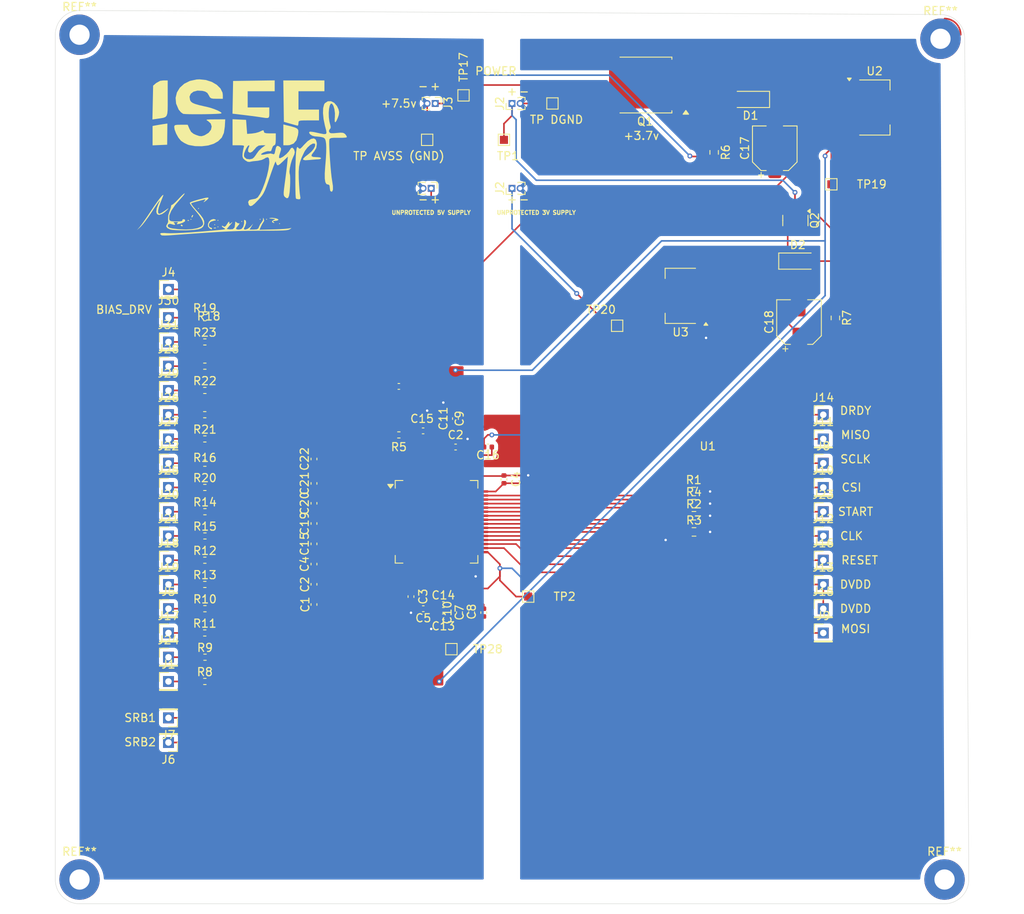
<source format=kicad_pcb>
(kicad_pcb (version 20241229) (generator "pcbnew") (generator_version "9.0")
  (layers (0 "F.Cu" signal) (2 "B.Cu" signal) (13 "F.Paste" user) (15 "B.Paste" user) (5 "F.SilkS" user "F.Silkscreen") (7 "B.SilkS" user "B.Silkscreen") (1 "F.Mask" user) (3 "B.Mask" user) (25 "Edge.Cuts" user))
  (net 0 "")
  (net 1 "DVDD")
  (net 2 "AGND")
  (net 3 "AVDD")
  (net 4 "/AVDD")
  (net 5 "AVSS")
  (net 6 "Net-(U1-VCAP1)")
  (net 7 "Net-(U1-VCAP2)")
  (net 8 "Net-(U1-VCAP3)")
  (net 9 "Net-(U1-VCAP4)")
  (net 10 "BIAS_OUT")
  (net 11 "Net-(U1-VREFP)")
  (net 12 "Net-(U1-GPIO4)")
  (net 13 "Net-(U1-GPIO2)")
  (net 14 "Net-(U1-GPIO1)")
  (net 15 "Net-(U1-GPIO3)")
  (net 16 "MISO")
  (net 17 "DRDY")
  (net 18 "DGND")
  (net 19 "START")
  (net 20 "CSI")
  (net 21 "RESET")
  (net 24 "SRB2")
  (net 25 "MOSI")
  (net 26 "SCLK")
  (net 27 "CLK")
  (net 28 "SRB1")
  (net 29 "+7.5V")
  (net 30 "+3.7V")
  (net 31 "Net-(D1-K)")
  (net 32 "Net-(D2-K)")
  (net 33 "Net-(D1-A)")
  (net 34 "Net-(D2-A)")
  (net 35 "Net-(J1-Pin_1)")
  (net 36 "Net-(J24-Pin_1)")
  (net 37 "BIAS_INV")
  (net 38 "Net-(J25-Pin_1)")
  (net 39 "Net-(J5-Pin_1)")
  (net 40 "Net-(J17-Pin_1)")
  (net 41 "Net-(J26-Pin_1)")
  (net 42 "Net-(J27-Pin_1)")
  (net 43 "Net-(J18-Pin_1)")
  (net 44 "Net-(J19-Pin_1)")
  (net 45 "Net-(J28-Pin_1)")
  (net 46 "Net-(J20-Pin_1)")
  (net 47 "Net-(J29-Pin_1)")
  (net 48 "Net-(J30-Pin_1)")
  (net 49 "Net-(J21-Pin_1)")
  (net 50 "Net-(J31-Pin_1)")
  (net 51 "Net-(J22-Pin_1)")
  (net 52 "Net-(U1-AVDD-Pad19)")
  (net 54 "/IN-")
  (net 55 "/IN+")
  (footprint "Connector_PinHeader_2.00mm:PinHeader_1x01_P2.00mm_Vertical" (layer "F.Cu") (at 81.5 152)
    (property "Reference" "J5")
    (property "Value" "Conn_01x01")
  )
  (footprint "Connector_PinHeader_2.00mm:PinHeader_1x01_P2.00mm_Vertical" (layer "F.Cu") (at 81.5 131)
    (property "Reference" "J27")
    (property "Value" "Conn_01x01")
  )
  (footprint "TestPoint:TestPoint_Pad_1.0x1.0mm" (layer "F.Cu") (at 116.5 157)
    (property "Reference" "TP28")
    (property "Value" "TestPoint")
  )
  (footprint "Connector_PinHeader_2.00mm:PinHeader_1x01_P2.00mm_Vertical" (layer "F.Cu") (at 81.5 149)
    (property "Reference" "J19")
    (property "Value" "Conn_01x01")
  )
  (footprint "Resistor_SMD:R_0402_1005Metric" (layer "F.Cu") (at 110 130.5 180)
    (property "Reference" "R5")
    (property "Value" "1-MΩ" (hide yes))
  )
  (footprint "TestPoint:TestPoint_Pad_1.0x1.0mm" (layer "F.Cu") (at 129 89.5)
    (property "Reference" "TP DGND")
    (property "Value" "TestPoint")
  )
  (footprint "Capacitor_SMD:C_0402_1005Metric" (layer "F.Cu") (at 113 130)
    (property "Reference" "C15")
    (property "Value" "1μF")
  )
  (footprint "Connector_PinHeader_2.00mm:PinHeader_1x01_P2.00mm_Vertical" (layer "F.Cu") (at 162.5 155)
    (property "Reference" "J9")
    (property "Value" "Conn_01x01")
  )
  (footprint "Connector_PinHeader_2.00mm:PinHeader_1x01_P2.00mm_Vertical" (layer "F.Cu") (at 162.5 137)
    (property "Reference" "J10")
    (property "Value" "Conn_01x01" (hide yes))
  )
  (footprint "Resistor_SMD:R_0402_1005Metric" (layer "F.Cu") (at 86.01 140)
    (property "Reference" "R14")
    (property "Value" "5-kΩ")
  )
  (footprint "TestPoint:TestPoint_Pad_1.0x1.0mm" (layer "F.Cu") (at 126 150.5)
    (property "Reference" "TP2")
    (property "Value" "TestPoint")
  )
  (footprint "Capacitor_SMD:C_0402_1005Metric" (layer "F.Cu") (at 99.5 133.48 90)
    (property "Reference" "C22")
    (property "Value" "10nF")
  )
  (footprint "Resistor_SMD:R_0402_1005Metric" (layer "F.Cu") (at 86 125)
    (property "Reference" "R22")
    (property "Value" "5-kΩ")
  )
  (footprint "Connector_PinHeader_2.00mm:PinHeader_1x01_P2.00mm_Vertical" (layer "F.Cu") (at 81.5 119)
    (property "Reference" "J31")
    (property "Value" "Conn_01x01")
  )
  (footprint "Capacitor_SMD:C_0402_1005Metric" (layer "F.Cu") (at 115.5 153 180)
    (property "Reference" "C13")
    (property "Value" "0.1μF")
  )
  (footprint "Connector_PinHeader_2.00mm:PinHeader_1x01_P2.00mm_Vertical" (layer "F.Cu") (at 81.5 122)
    (property "Reference" "J28")
    (property "Value" "Conn_01x01")
  )
  (footprint "Capacitor_SMD:C_0402_1005Metric" (layer "F.Cu") (at 117.5 152.48 90)
    (property "Reference" "C10")
    (property "Value" "1μF")
  )
  (footprint "Capacitor_SMD:C_0402_1005Metric" (layer "F.Cu") (at 99.5 151.48 -90)
    (property "Reference" "C1")
    (property "Value" "10nF")
  )
  (footprint "Logo:LogoSignedFoot" (layer "F.Cu") (at 91.5 93)
    (property "Reference" "G***" (hide yes))
    (property "Value" "LOGO" (hide yes))
  )
  (footprint "Package_TO_SOT_SMD:SOT-23" (layer "F.Cu") (at 159.05 103.9775 -90)
    (property "Reference" "Q2")
    (property "Value" "IRLML6402")
  )
  (footprint "MountingHole:MountingHole_2.5mm_Pad" (layer "F.Cu") (at 177 81.5)
    (property "Reference" "REF**")
    (property "Value" "MountingHole_2.5mm_Pad")
  )
  (footprint "Connector_PinHeader_2.00mm:PinHeader_1x01_P2.00mm_Vertical" (layer "F.Cu") (at 81.5 128)
    (property "Reference" "J26")
    (property "Value" "Conn_01x01")
  )
  (footprint "Resistor_SMD:R_0402_1005Metric" (layer "F.Cu") (at 86 146)
    (property "Reference" "R12")
    (property "Value" "5-kΩ")
  )
  (footprint "Connector_PinHeader_2.00mm:PinHeader_1x01_P2.00mm_Vertical" (layer "F.Cu") (at 162.5 134)
    (property "Reference" "J8")
    (property "Value" "Conn_01x01" (hide yes))
  )
  (footprint "Capacitor_SMD:C_0402_1005Metric" (layer "F.Cu") (at 113.02 152 180)
    (property "Reference" "C5")
    (property "Value" "0.1μF")
  )
  (footprint "Connector_PinHeader_2.00mm:PinHeader_1x01_P2.00mm_Vertical" (layer "F.Cu") (at 162.5 152)
    (property "Reference" "J15")
    (property "Value" "Conn_01x01" (hide yes))
  )
  (footprint "TestPoint:TestPoint_Pad_1.0x1.0mm" (layer "F.Cu") (at 113.5 94)
    (property "Reference" "TP AVSS (GND)")
    (property "Value" "TestPoint")
  )
  (footprint "TestPoint:TestPoint_Pad_1.0x1.0mm" (layer "F.Cu") (at 118 88.5)
    (property "Reference" "TP17")
    (property "Value" "TestPoint")
  )
  (footprint "Resistor_SMD:R_0603_1608Metric" (layer "F.Cu") (at 146.51 142.5)
    (property "Reference" "R3")
    (property "Value" "10-kΩ")
  )
  (footprint "Capacitor_SMD:C_0402_1005Metric" (layer "F.Cu") (at 99.5 146.48 90)
    (property "Reference" "C4")
    (property "Value" "10nF")
  )
  (footprint "Resistor_SMD:R_0603_1608Metric" (layer "F.Cu") (at 164 116.03 -90)
    (property "Reference" "R7")
    (property "Value" "10-kΩ")
  )
  (footprint "MountingHole:MountingHole_2.5mm_Pad" (layer "F.Cu") (at 70.5 81)
    (property "Reference" "REF**")
    (property "Value" "MountingHole_2.5mm_Pad")
  )
  (footprint "Connector_PinHeader_2.00mm:PinHeader_1x01_P2.00mm_Vertical" (layer "F.Cu") (at 81.5 143)
    (property "Reference" "J21")
    (property "Value" "Conn_01x01")
  )
  (footprint "Resistor_SMD:R_0603_1608Metric" (layer "F.Cu") (at 146.48 137.5)
    (property "Reference" "R1")
    (property "Value" "10-kΩ")
  )
  (footprint "Connector_PinHeader_2.00mm:PinHeader_1x01_P2.00mm_Vertical" (layer "F.Cu") (at 81.5 134)
    (property "Reference" "J22")
    (property "Value" "Conn_01x01")
  )
  (footprint "Capacitor_SMD:C_0402_1005Metric" (layer "F.Cu") (at 99.5 138.96 90)
    (property "Reference" "C20")
    (property "Value" "10nF")
  )
  (footprint "Capacitor_SMD:C_0402_1005Metric" (layer "F.Cu") (at 99.5 141.46 90)
    (property "Reference" "C19")
    (property "Value" "10nF")
  )
  (footprint "Connector_PinHeader_2.00mm:PinHeader_1x01_P2.00mm_Vertical" (layer "F.Cu") (at 81.5 116)
    (property "Reference" "J30")
    (property "Value" "Conn_01x01")
  )
  (footprint "Capacitor_SMD:C_0402_1005Metric" (layer "F.Cu") (at 121.02 132 180)
    (property "Reference" "C16")
    (property "Value" "1μF")
  )
  (footprint "Connector_PinHeader_2.00mm:PinHeader_1x01_P2.00mm_Vertical" (layer "F.Cu") (at 81.5 161)
    (property "Reference" "J1")
    (property "Value" "Conn_01x01")
  )
  (footprint "Diode_SMD:D_SOD-123" (layer "F.Cu") (at 159.35 109)
    (property "Reference" "D2")
    (property "Value" "1N47xxA")
  )
  (footprint "Resistor_SMD:R_0603_1608Metric" (layer "F.Cu") (at 149 95.55 -90)
    (property "Reference" "R6")
    (property "Value" "10-kΩ")
  )
  (footprint "TestPoint:TestPoint_Pad_1.0x1.0mm" (layer "F.Cu") (at 123 94)
    (property "Reference" "TP1")
    (property "Value" "TestPoint")
  )
  (footprint "Connector_PinHeader_1.00mm:PinHeader_1x02_P1.00mm_Vertical" (layer "F.Cu") (at 124 100 90)
    (property "Reference" "J2")
    (property "Value" "Conn_01x02_Pin" (hide yes))
  )
  (footprint "Package_TO_SOT_SMD:SOT-223" (layer "F.Cu") (at 144.85 113.3 180)
    (property "Reference" "U3")
    (property "Value" "AMS1117-3.3")
  )
  (footprint "Resistor_SMD:R_0402_1005Metric" (layer "F.Cu") (at 86 149)
    (property "Reference" "R13")
    (property "Value" "5-kΩ")
  )
  (footprint "Resistor_SMD:R_0603_1608Metric" (layer "F.Cu") (at 146.49 139)
    (property "Reference" "R4")
    (property "Value" "10-kΩ")
  )
  (footprint "Capacitor_SMD:CP_Elec_5x5.4" (layer "F.Cu") (at 156.5 95.04 90)
    (property "Reference" "C17")
    (property "Value" "10μF")
  )
  (footprint "Capacitor_SMD:C_0402_1005Metric" (layer "F.Cu") (at 119 152.48 90)
    (property "Reference" "C7")
    (property "Value" "100μF")
  )
  (footprint "MountingHole:MountingHole_2.5mm_Pad" (layer "F.Cu") (at 177.5 185.5)
    (property "Reference" "REF**")
    (property "Value" "MountingHole_2.5mm_Pad")
  )
  (footprint "TestPoint:TestPoint_Pad_1.0x1.0mm" (layer "F.Cu") (at 137 117)
    (property "Reference" "TP20")
    (property "Value" "TestPoint")
  )
  (footprint "Capacitor_SMD:CP_Elec_5x5.4" (layer "F.Cu") (at 159.5 116.54 90)
    (property "Reference" "C18")
    (property "Value" "10μF")
  )
  (footprint "Capacitor_SMD:C_0402_1005Metric" (layer "F.Cu") (at 120.5 152.48 90)
    (property "Reference" "C8")
    (property "Value" "1μF")
  )
  (footprint "Capacitor_SMD:C_0402_1005Metric" (layer "F.Cu") (at 99.5 136.5 90)
    (property "Reference" "C21")
    (property "Value" "10nF")
  )
  (footprint "Connector_PinHeader_2.00mm:PinHeader_1x01_P2.00mm_Vertical" (layer "F.Cu") (at 81.5 155)
    (property "Reference" "J17")
    (property "Value" "Conn_01x01")
  )
  (footprint "Resistor_SMD:R_0402_1005Metric" (layer "F.Cu") (at 86 122)
    (property "Reference" "R18")
    (property "Value" "5-kΩ")
  )
  (footprint "Capacitor_SMD:C_0402_1005Metric" (layer "F.Cu") (at 123 136 -90)
    (property "Reference" "C4")
    (property "Value" "100nF")
  )
  (footprint "Connector_PinHeader_2.00mm:PinHeader_1x01_P2.00mm_Vertical" (layer "F.Cu") (at 81.5 165.5 180)
    (property "Reference" "J7")
    (property "Value" "Conn_01x01")
  )
  (footprint "Resistor_SMD:R_0402_1005Metric" (layer "F.Cu") (at 86 137)
    (property "Reference" "R20")
    (property "Value" "5-kΩ")
  )
  (footprint "Connector_PinHeader_2.00mm:PinHeader_1x01_P2.00mm_Vertical" (layer "F.Cu") (at 162.5 143)
    (property "Reference" "J12")
    (property "Value" "Conn_01x01" (hide yes))
  )
  (footprint "Capacitor_SMD:C_0402_1005Metric" (layer "F.Cu") (at 99.5 148.98 90)
    (property "Reference" "C2")
    (property "Value" "10nF")
  )
  (footprint "Connector_PinHeader_1.00mm:PinHeader_1x02_P1.00mm_Vertical" (layer "F.Cu") (at 114 100 -90)
    (property "Reference" "UNPROTECTED 5V SUPPLY")
    (property "Value" "Conn_01x02_Pin")
  )
  (footprint "Connector_PinHeader_2.00mm:PinHeader_1x01_P2.00mm_Vertical" (layer "F.Cu") (at 81.5 158)
    (property "Reference" "J24")
    (property "Value" "Conn_01x01")
  )
  (footprint "Resistor_SMD:R_0402_1005Metric" (layer "F.Cu") (at 85.99 128)
    (property "Reference" "R17" (hide yes))
    (property "Value" "5-kΩ")
  )
  (footprint "Diode_SMD:D_SOD-123" (layer "F.Cu") (at 153.5 89 180)
    (property "Reference" "D1")
    (property "Value" "BZT52C5V1-W8 5.1V Zener 500mW")
  )
  (footprint "MountingHole:MountingHole_2.5mm_Pad" (layer "F.Cu") (at 70.5 185.5)
    (property "Reference" "REF**")
    (property "Value" "MountingHole_2.5mm_Pad")
  )
  (footprint "Connector_PinHeader_2.00mm:PinHeader_1x01_P2.00mm_Vertical" (layer "F.Cu") (at 162.5 146)
    (property "Reference" "J16")
    (property "Value" "Conn_01x01" (hide yes))
  )
  (footprint "Capacitor_SMD:C_0402_1005Metric" (layer "F.Cu") (at 115.5 128.48 -90)
    (property "Reference" "C9")
    (property "Value" "1μF")
  )
  (footprint "Capacitor_SMD:C_0402_1005Metric" (layer "F.Cu") (at 111.5 150.5 -90)
    (property "Reference" "C3")
    (property "Value" "1μF")
  )
  (footprint "Connector_PinHeader_2.00mm:PinHeader_1x01_P2.00mm_Vertical" (layer "F.Cu") (at 162.5 149)
    (property "Reference" "J13")
    (property "Value" "Conn_01x01" (hide yes))
  )
  (footprint "Resistor_SMD:R_0402_1005Metric" (layer "F.Cu") (at 86 134)
    (property "Reference" "R16")
    (property "Value" "5-kΩ")
  )
  (footprint "Connector_PinHeader_2.00mm:PinHeader_1x01_P2.00mm_Vertical" (layer "F.Cu") (at 81.5 125)
    (property "Reference" "J29")
    (property "Value" "Conn_01x01")
  )
  (footprint "TestPoint:TestPoint_Pad_1.0x1.0mm" (layer "F.Cu") (at 163.5 99.5)
    (property "Reference" "TP19")
    (property "Value" "TestPoint")
  )
  (footprint "Connector_PinHeader_2.00mm:PinHeader_1x01_P2.00mm_Vertical" (layer "F.Cu") (at 81.5 112.5)
    (property "Reference" "J4")
    (property "Value" "Conn_01x01")
  )
  (footprint "Capacitor_SMD:C_0402_1005Metric" (layer "F.Cu") (at 117.02 132)
    (property "Reference" "C2")
    (property "Value" "1μF")
  )
  (footprint "Connector_PinHeader_2.00mm:PinHeader_1x01_P2.00mm_Vertical" (layer "F.Cu") (at 81.5 168.55 180)
    (property "Reference" "J6")
    (property "Value" "Conn_01x01")
  )
  (footprint "Connector_PinHeader_2.00mm:PinHeader_1x01_P2.00mm_Vertical" (layer "F.Cu") (at 162.5 128)
    (property "Reference" "J14")
    (property "Value" "Conn_01x01")
  )
  (footprint "Resistor_SMD:R_0402_1005Metric" (layer "F.Cu") (at 85.99 155)
    (property "Reference" "R11")
    (property "Value" "5-kΩ")
  )
  (footprint "Package_QFP:TQFP-64_10x10mm_P0.5mm" (layer "F.Cu") (at 114.6625 141.25)
    (property "Reference" "U1")
    (property "Value" "ADS1299xPAG")
  )
  (footprint "Connector_PinHeader_2.00mm:PinHeader_1x01_P2.00mm_Vertical" (layer "F.Cu") (at 162.5 140)
    (property "Reference" "J23")
    (property "Value" "Conn_01x01" (hide yes))
  )
  (footprint "Resistor_SMD:R_0402_1005Metric" (layer "F.Cu") (at 86 161)
    (property "Reference" "R8")
    (property "Value" "5-kΩ")
  )
  (footprint "Resistor_SMD:R_0402_1005Metric" (layer "F.Cu") (at 86.01 152)
    (property "Reference" "R10")
    (property "Value" "5-kΩ")
  )
  (footprint "Capacitor_SMD:C_0402_1005Metric" (layer "F.Cu") (at 115.5 151.5)
    (property "Reference" "C14")
    (property "Value" "10μF")
  )
  (footprint "Resistor_SMD:R_0402_1005Metric" (layer "F.Cu") (at 86 131)
    (property "Reference" "R21")
    (property "Value" "5-kΩ")
  )
  (footprint "Connector_PinHeader_1.00mm:PinHeader_1x02_P1.00mm_Vertical" (layer "F.Cu") (at 114.5 89.5 -90)
    (property "Reference" "J3")
    (property "Value" "Conn_01x02_Pin")
  )
  (footprint "Connector_PinHeader_2.00mm:PinHeader_1x01_P2.00mm_Vertical" (layer "F.Cu") (at 81.5 140)
    (property "Reference" "J20")
    (property "Value" "Conn_01x01")
  )
  (footprint "Capacitor_SMD:C_0402_1005Metric" (layer "F.Cu") (at 117 128.48 90)
    (property "Reference" "C11")
    (property "Value" "0.1μF")
  )
  (footprint "Capacitor_SMD:C_0402_1005Metric" (layer "F.Cu") (at 110 124.5 180)
    (property "Reference" "C12" (hide yes))
    (property "Value" "10nF")
  )
  (footprint "Connector_PinHeader_1.00mm:PinHeader_1x02_P1.00mm_Vertical" (layer "F.Cu") (at 124 89.5 90)
    (property "Reference" "J2")
    (property "Value" "Conn_01x02_Pin" (hide yes))
  )
  (footprint "Capacitor_SMD:C_0402_1005Metric" (layer "F.Cu") (at 99.5 143.98 90)
    (property "Reference" "C15")
    (property "Value" "10nF")
  )
  (footprint "Connector_PinHeader_2.00mm:PinHeader_1x01_P2.00mm_Vertical" (layer "F.Cu") (at 81.5 137)
    (property "Reference" "J25")
    (property "Value" "Conn_01x01")
  )
  (footprint "Package_TO_SOT_SMD:SOT-223" (layer "F.Cu") (at 168.85 90)
    (property "Reference" "U2")
    (property "Value" "LM7805_TO220")
  )
  (footprint "Resistor_SMD:R_0603_1608Metric" (layer "F.Cu") (at 146.5 140.5)
    (property "Reference" "R2")
    (property "Value" "10-kΩ")
  )
  (footprint "Connector_PinHeader_2.00mm:PinHeader_1x01_P2.00mm_Vertical" (layer "F.Cu") (at 81.5 146)
    (property "Reference" "J18")
    (property "Value" "Conn_01x01")
  )
  (footprint "Package_TO_SOT_SMD:TO-252-2" (layer "F.Cu") (at 140.46 87.22 180)
    (property "Reference" "Q1")
    (property "Value" "FQD4P50 (P-MOSFET)")
  )
  (footprint "Resistor_SMD:R_0402_1005Metric" (layer "F.Cu") (at 86.01 143)
    (property "Reference" "R15")
    (property "Value" "5-kΩ")
  )
  (footprint "Resistor_SMD:R_0402_1005Metric" (layer "F.Cu") (at 86 119)
    (property "Reference" "R23")
    (property "Value" "5-kΩ")
  )
  (footprint "Resistor_SMD:R_0402_1005Metric" (layer "F.Cu") (at 85.99 116)
    (property "Reference" "R19")
    (property "Value" "5-kΩ")
  )
  (footprint "Connector_PinHeader_2.00mm:PinHeader_1x01_P2.00mm_Vertical" (layer "F.Cu") (at 162.5 131)
    (property "Reference" "J11")
    (property "Value" "Conn_01x01" (hide yes))
  )
  (footprint "Resistor_SMD:R_0402_1005Metric" (layer "F.Cu") (at 86.02 158)
    (property "Reference" "R9")
    (property "Value" "5-kΩ")
  )
  (gr_arc (start 177.5 79) (mid 178.914214 79.585786) (end 179.5 81) (stroke (width 0.2)) (layer "F.Cu"))
  (gr_arc (start 179.5 185.5) (mid 178.914214 186.914214) (end 177.5 187.5) (stroke (width 0.2)) (layer "F.Cu"))
  (gr_arc (start 68.5 81) (mid 69.085786 79.585786) (end 70.5 79) (stroke (width 0.2)) (layer "F.Cu"))
  (gr_arc (start 70.5 187.5) (mid 69.085786 186.914214) (end 68.5 185.5) (stroke (width 0.2)) (layer "F.Cu"))
  (gr_line (start 67.5 185.5) (end 67.5 81) (stroke (width 0.05)) (layer "Edge.Cuts"))
  (gr_arc (start 180.5 185.5) (mid 179.62132 187.62132) (end 177.5 188.5) (stroke (width 0.05)) (layer "Edge.Cuts"))
  (gr_arc (start 70.5 188.5) (mid 68.37868 187.62132) (end 67.5 185.5) (stroke (width 0.05)) (layer "Edge.Cuts"))
  (gr_arc (start 67.5 81) (mid 68.37868 78.87868) (end 70.5 78) (stroke (width 0.05)) (layer "Edge.Cuts"))
  (gr_arc (start 177 78.5) (mid 179.12132 79.37868) (end 180 81.5) (stroke (width 0.05)) (layer "Edge.Cuts"))
  (gr_line (start 70.5 78) (end 177 78.5) (stroke (width 0.05)) (layer "Edge.Cuts"))
  (gr_line (start 177.5 188.5) (end 70.5 188.5) (stroke (width 0.05)) (layer "Edge.Cuts"))
  (gr_line (start 180 81.5) (end 180.5 185.5) (stroke (width 0.05)) (layer "Edge.Cuts"))
  (gr_text "MOSI" (at 166.5 154.5 0) (layer "F.SilkS") (effects (font (size 1 1))))
  (gr_text "-\n" (at 113 87.5 180) (layer "F.SilkS") (effects (font (size 1 1))))
  (gr_text "+" (at 124 101.5 180) (layer "F.SilkS") (effects (font (size 1 1))))
  (gr_text "POWER" (at 122 85.5 0) (layer "F.SilkS") (effects (font (size 1 1))))
  (gr_text "START" (at 166.5 140 0) (layer "F.SilkS") (effects (font (size 1 1))))
  (gr_text "SCLK" (at 166.5 133.5 0) (layer "F.SilkS") (effects (font (size 1 1))))
  (gr_text "SRB2" (at 78 168.5 0) (layer "F.SilkS") (effects (font (size 1 1))))
  (gr_text "RESET" (at 167 146 0) (layer "F.SilkS") (effects (font (size 1 1))))
  (gr_text "DVDD" (at 166.5 149 0) (layer "F.SilkS") (effects (font (size 1 1))))
  (gr_text "MISO" (at 166.5 130.5 0) (layer "F.SilkS") (effects (font (size 1 1))))
  (gr_text "DRDY" (at 166.5 127.5 0) (layer "F.SilkS") (effects (font (size 1 1))))
  (gr_text "CSI\n" (at 166 137 0) (layer "F.SilkS") (effects (font (size 1 1))))
  (gr_text "+7.5v" (at 110 89.5 0) (layer "F.SilkS") (effects (font (size 1 1))))
  (gr_text "-\n" (at 125.5 88 0) (layer "F.SilkS") (effects (font (size 1 1))))
  (gr_text "DVDD" (at 166.5 152 0) (layer "F.SilkS") (effects (font (size 1 1))))
  (gr_text "SRB1\n" (at 78 165.5 0) (layer "F.SilkS") (effects (font (size 1 1))))
  (gr_text "+3.7v" (at 140 93.5 0) (layer "F.SilkS") (effects (font (size 1 1))))
  (gr_text "BIAS_DRV\n" (at 76 115 0) (layer "F.SilkS") (effects (font (size 1 1))))
  (gr_text "-\n" (at 125.5 101.5 180) (layer "F.SilkS") (effects (font (size 1 1))))
  (gr_text "+" (at 114.5 87.5 180) (layer "F.SilkS") (effects (font (size 1 1))))
  (gr_text "+" (at 114.5 101.5 180) (layer "F.SilkS") (effects (font (size 1 1))))
  (gr_text "UNPROTECTED 3V SUPPLY" (at 127 103 0) (layer "F.SilkS") (effects (font (size 0.5 0.5) (thickness 0.125))))
  (gr_text "+" (at 124 88 0) (layer "F.SilkS") (effects (font (size 1 1))))
  (gr_text "CLK" (at 166 143 0) (layer "F.SilkS") (effects (font (size 1 1))))
  (gr_text "-\n" (at 113 101.5 180) (layer "F.SilkS") (effects (font (size 1 1))))
  (segment (start 132 113) (end 136.25 117.25) (width 0.2) (layer "F.Cu") (net 1))
  (segment (start 148 113.3) (end 146.2 113.3) (width 0.2) (layer "F.Cu") (net 1))
  (segment (start 116.9125 134.1346) (end 118.0471 133) (width 0.2) (layer "F.Cu") (net 1))
  (segment (start 126.52 136.48) (end 128 135) (width 0.2) (layer "F.Cu") (net 1))
  (segment (start 117.9125 134.816176) (end 119.728676 133) (width 0.2) (layer "F.Cu") (net 1))
  (segment (start 142.5 117) (end 136.5 117) (width 0.2) (layer "F.Cu") (net 1))
  (segment (start 118.0471 133) (end 119.5 131.5471) (width 0.2) (layer "F.Cu") (net 1))
  (segment (start 137 149.5) (end 151.5 149.5) (width 0.2) (layer "F.Cu") (net 1))
  (segment (start 121 129) (end 126 129) (width 0.2) (layer "F.Cu") (net 1))
  (segment (start 120.325 144) (end 124.5 144) (width 0.2) (layer "F.Cu") (net 1))
  (segment (start 136.25 117.25) (end 127 126.5) (width 0.2) (layer "F.Cu") (net 1))
  (segment (start 134 146.5) (end 137 149.5) (width 0.2) (layer "F.Cu") (net 1))
  (segment (start 119.728676 133) (end 121.5 133) (width 0.2) (layer "F.Cu") (net 1))
  (segment (start 127 126.5) (end 127 129) (width 0.2) (layer "F.Cu") (net 1))
  (segment (start 119.5 131) (end 119.5 130.5) (width 0.2) (layer "F.Cu") (net 1))
  (segment (start 127 146.5) (end 134 146.5) (width 0.2) (layer "F.Cu") (net 1))
  (segment (start 121.5 133) (end 121.5 132) (width 0.2) (layer "F.Cu") (net 1))
  (segment (start 124.5 144) (end 127 146.5) (width 0.2) (layer "F.Cu") (net 1))
  (segment (start 151.5 149.5) (end 152 149) (width 0.2) (layer "F.Cu") (net 1))
  (segment (start 162.5 149) (end 162.5 152) (width 0.2) (layer "F.Cu") (net 1))
  (segment (start 146.2 113.3) (end 142.5 117) (width 0.2) (layer "F.Cu") (net 1))
  (segment (start 123 136.48) (end 126.52 136.48) (width 0.2) (layer "F.Cu") (net 1))
  (segment (start 120.75 129.25) (end 121 129) (width 0.2) (layer "F.Cu") (net 1))
  (segment (start 117.9125 135.5875) (end 117.9125 134.816176) (width 0.2) (layer "F.Cu") (net 1))
  (segment (start 152 149) (end 162.5 149) (width 0.2) (layer "F.Cu") (net 1))
  (segment (start 116.9125 135.5875) (end 116.9125 134.1346) (width 0.2) (layer "F.Cu") (net 1))
  (segment (start 119.5 130.5) (end 120.75 129.25) (width 0.2) (layer "F.Cu") (net 1))
  (segment (start 121.98 137.5) (end 123 136.48) (width 0.2) (layer "F.Cu") (net 1))
  (segment (start 128 135) (end 128 132.5) (width 0.2) (layer "F.Cu") (net 1))
  (segment (start 120.325 137.5) (end 121.98 137.5) (width 0.2) (layer "F.Cu") (net 1))
  (segment (start 119.5 131.5471) (end 119.5 131) (width 0.2) (layer "F.Cu") (net 1))
  (segment (start 136.5 117) (end 136.25 117.25) (width 0.2) (layer "F.Cu") (net 1))
  (via (at 132 113) (size 0.6) (drill 0.3) (layers "F.Cu" "B.Cu") (net 1))
  (segment (start 124 100) (end 124 105) (width 0.2) (layer "B.Cu") (net 1))
  (segment (start 124 105) (end 132 113) (width 0.2) (layer "B.Cu") (net 1))
  (segment (start 126.5 103) (end 115.5 114) (width 0.2) (layer "F.Cu") (net 3))
  (segment (start 118 130) (end 118 125) (width 0.2) (layer "F.Cu") (net 3))
  (segment (start 112.52 132.48) (end 112.52 130) (width 0.2) (layer "F.Cu") (net 3))
  (segment (start 116.52 133) (end 116.52 132.130057) (width 0.2) (layer "F.Cu") (net 3))
  (segment (start 114.9125 135.5875) (end 114.9125 129.9125) (width 0.2) (layer "F.Cu") (net 3))
  (segment (start 163.5 95.04) (end 161.46 95.04) (width 0.2) (layer "F.Cu") (net 3))
  (segment (start 114.5 126.5) (end 113.5 126.5) (width 0.2) (layer "F.Cu") (net 3))
  (segment (start 114.9125 129.9125) (end 114.5 129.5) (width 0.2) (layer "F.Cu") (net 3))
  (segment (start 116.52 132.130057) (end 117.5 131.150057) (width 0.2) (layer "F.Cu") (net 3))
  (segment (start 161.46 95.04) (end 153.5 103) (width 0.2) (layer "F.Cu") (net 3))
  (segment (start 113.4125 135.5875) (end 113.4125 133.4125) (width 0.2) (layer "F.Cu") (net 3))
  (segment (start 114 100) (end 114 112.5) (width 0.2) (layer "F.Cu") (net 3))
  (segment (start 136 103) (end 126.5 103) (width 0.2) (layer "F.Cu") (net 3))
  (segment (start 163.5 95.04) (end 163.5 95.5) (width 0.2) (layer "F.Cu") (net 3))
  (segment (start 113.5 126.5) (end 112.5 126.5) (width 0.2) (layer "F.Cu") (net 3))
  (segment (start 114 112.5) (end 115.5 114) (width 0.2) (layer "F.Cu") (net 3))
  (segment (start 114.5 129.5) (end 114.5 126.5) (width 0.2) (layer "F.Cu") (net 3))
  (segment (start 117.5 131.150057) (end 117.5 130.5) (width 0.2) (layer "F.Cu") (net 3))
  (segment (start 113.5 126.5) (end 113.5 125) (width 0.2) (layer "F.Cu") (net 3))
  (segment (start 112.5 132.5) (end 112.52 132.48) (width 0.2) (layer "F.Cu") (net 3))
  (segment (start 115.5 114) (end 115.5 123) (width 0.2) (layer "F.Cu") (net 3))
  (segment (start 163.5 95.5) (end 163.5 94.5) (width 0.2) (layer "F.Cu") (net 3))
  (segment (start 116.52 133) (end 115.9125 133.6075) (width 0.2) (layer "F.Cu") (net 3))
  (segment (start 112.52 126.52) (end 112.52 130) (width 0.2) (layer "F.Cu") (net 3))
  (segment (start 112.5 126.5) (end 112.52 126.52) (width 0.2) (layer "F.Cu") (net 3))
  (segment (start 117.5 130.5) (end 118 130) (width 0.2) (layer "F.Cu") (net 3))
  (segment (start 115.9125 133.6075) (end 115.9125 135.5875) (width 0.2) (layer "F.Cu") (net 3))
  (segment (start 162.729 95.811) (end 163.5 95.04) (width 0.2) (layer "F.Cu") (net 3))
  (segment (start 163.5 94.5) (end 165.7 92.3) (width 0.2) (layer "F.Cu") (net 3))
  (segment (start 153.5 103) (end 136 103) (width 0.2) (layer "F.Cu") (net 3))
  (segment (start 113.4125 133.4125) (end 112.5 132.5) (width 0.2) (layer "F.Cu") (net 3))
  (segment (start 162.729 96) (end 162.729 95.811) (width 0.2) (layer "F.Cu") (net 3))
  (segment (start 118 125) (end 117 124) (width 0.2) (layer "F.Cu") (net 3))
  (segment (start 113.5 125) (end 114.5 124) (width 0.2) (layer "F.Cu") (net 3))
  (segment (start 163.5 95.5) (end 163.5 99.5) (width 0.2) (layer "F.Cu") (net 3))
  (via (at 162.729 96) (size 0.6) (drill 0.3) (layers "F.Cu" "B.Cu") (net 3))
  (segment (start 162.729 106.5) (end 162.729 96) (width 0.2) (layer "B.Cu") (net 3))
  (segment (start 115 161) (end 162.729 113.271) (width 0.2) (layer "B.Cu") (net 3))
  (segment (start 126.5 122.5) (end 142.5 106.5) (width 0.2) (layer "B.Cu") (net 3))
  (segment (start 142.5 106.5) (end 162.729 106.5) (width 0.2) (layer "B.Cu") (net 3))
  (segment (start 162.729 113.271) (end 162.729 106.5) (width 0.2) (layer "B.Cu") (net 3))
  (segment (start 117 122.5) (end 126.5 122.5) (width 0.2) (layer "B.Cu") (net 3))
  (segment (start 162.729 96) (end 162.729 95.811) (width 0.2) (layer "B.Cu") (net 3))
  (via (at 117 122.5) (size 0.6) (drill 0.3) (layers "F.Cu" "B.Cu") (net 4))
  (via (at 115 161) (size 0.6) (drill 0.3) (layers "F.Cu" "B.Cu") (net 4))
  (segment (start 115.98 151.5) (end 115.98 150.48) (width 0.2) (layer "F.Cu") (net 5))
  (segment (start 115.98 153) (end 117.46 153) (width 0.2) (layer "F.Cu") (net 5))
  (segment (start 113.5 150.1546) (end 113.9125 149.7421) (width 0.2) (layer "F.Cu") (net 5))
  (segment (start 114.4125 133.4125) (end 113.5 132.5) (width 0.2) (layer "F.Cu") (net 5))
  (segment (start 115.98 150.48) (end 114.9125 149.4125) (width 0.2) (layer "F.Cu") (net 5))
  (segment (start 116.4125 134.0675) (end 116.4125 135.5875) (width 0.2) (layer "F.Cu") (net 5))
  (segment (start 114 156) (end 115 157) (width 0.2) (layer "F.Cu") (net 5))
  (segment (start 113.9125 149.7421) (end 113.9125 146.9125) (width 0.2) (layer "F.Cu") (net 5))
  (segment (start 117.5 152.96) (end 119 152.96) (width 0.2) (layer "F.Cu") (net 5))
  (segment (start 115.98 153) (end 114.48 154.5) (width 0.2) (layer "F.Cu") (net 5))
  (segment (start 113.5 154) (end 114 154.5) (width 0.2) (layer "F.Cu") (net 5))
  (segment (start 114.9125 149.4125) (end 114.9125 146.9125) (width 0.2) (layer "F.Cu") (net 5))
  (segment (start 115.5 128) (end 115.5 126.5) (width 0.2) (layer "F.Cu") (net 5))
  (segment (start 113.5 152) (end 113.5 150.1546) (width 0.2) (layer "F.Cu") (net 5))
  (segment (start 111.5 150.98) (end 111.5 152.5) (width 0.2) (layer "F.Cu") (net 5))
  (segment (start 117.48 133) (end 116.4125 134.0675) (width 0.2) (layer "F.Cu") (net 5))
  (segment (start 165.7 90) (end 163.04 90) (width 0.2) (layer "F.Cu") (net 5))
  (segment (start 149.01 96.05) (end 149 96.06) (width 0.2) (layer "F.Cu") (net 5))
  (segment (start 113.5 94) (end 113.5 89.5) (width 0.2) (layer "F.Cu") (net 5))
  (segment (start 118.4125 146.9125) (end 119.5 148) (width 0.2) (layer "F.Cu") (net 5))
  (segment (start 115 157) (end 116.5 157) (width 0.2) (layer "F.Cu") (net 5))
  (segment (start 114 154.5) (end 114 156) (width 0.2) (layer "F.Cu") (net 5))
  (segment (start 112.4615 146.9615) (end 112.4125 146.9125) (width 0.2) (layer "F.Cu") (net 5))
  (segment (start 149 96.06) (end 156.02 96.06) (width 0.2) (layer "F.Cu") (net 5))
  (segment (start 113.5 152) (end 113.5 154) (width 0.2) (layer "F.Cu") (net 5))
  (segment (start 113.48 131.48) (end 113.48 130) (width 0.2) (layer "F.Cu") (net 5))
  (segment (start 113.9125 135.5875) (end 114.4125 135.5875) (width 0.2) (layer "F.Cu") (net 5))
  (segment (start 113.48 130) (end 113.48 127.52) (width 0.2) (layer "F.Cu") (net 5))
  (segment (start 118.5 131) (end 117.48 132.02) (width 0.2) (layer "F.Cu") (net 5))
  (segment (start 149 96.06) (end 146.06 96.06) (width 0.2) (layer "F.Cu") (net 5))
  (segment (start 111.5 150.98) (end 112.4125 150.0675) (width 0.2) (layer "F.Cu") (net 5))
  (segment (start 112.4125 150.0675) (end 112.4125 146.9125) (width 0.2) (layer "F.Cu") (net 5))
  (segment (start 114.48 154.5) (end 114 154.5) (width 0.2) (layer "F.Cu") (net 5))
  (segment (start 113.5 132.5) (end 113.5 131.5) (width 0.2) (layer "F.Cu") (net 5))
  (segment (start 156.49 96.55) (end 156.5 96.54) (width 0.2) (layer "F.Cu") (net 5))
  (segment (start 146.06 96.06) (end 146 96) (width 0.2) (layer "F.Cu") (net 5))
  (segment (start 117.48 132.02) (end 117.48 133) (width 0.2) (layer "F.Cu") (net 5))
  (segment (start 163.04 90) (end 156.5 96.54) (width 0.2) (layer "F.Cu") (net 5))
  (segment (start 113.48 127.52) (end 113.5 127.5) (width 0.2) (layer "F.Cu") (net 5))
  (segment (start 156.02 96.06) (end 156.5 96.54) (width 0.2) (layer "F.Cu") (net 5))
  (segment (start 119 152.96) (end 120.5 152.96) (width 0.2) (layer "F.Cu") (net 5))
  (segment (start 115.98 151.5) (end 115.98 153) (width 0.2) (layer "F.Cu") (net 5))
  (segment (start 113.5 131.5) (end 113.48 131.48) (width 0.2) (layer "F.Cu") (net 5))
  (segment (start 114.4125 135.5875) (end 114.4125 133.4125) (width 0.2) (layer "F.Cu") (net 5))
  (segment (start 117 128) (end 115.5 128) (width 0.2) (layer "F.Cu") (net 5))
  (segment (start 117.46 153) (end 117.5 152.96) (width 0.2) (layer "F.Cu") (net 5))
  (via (at 113.5 127.5) (size 0.6) (drill 0.3) (layers "F.Cu" "B.Cu") (net 5))
  (via (at 146 96) (size 0.6) (drill 0.3) (layers "F.Cu" "B.Cu") (net 5))
  (via (at 119.5 148) (size 0.6) (drill 0.3) (layers "F.Cu" "B.Cu") (net 5))
  (via (at 118.5 131) (size 0.6) (drill 0.3) (layers "F.Cu" "B.Cu") (net 5))
  (via (at 115.5 126.5) (size 0.6) (drill 0.3) (layers "F.Cu" "B.Cu") (net 5))
  (via (at 114 154.5) (size 0.6) (drill 0.3) (layers "F.Cu" "B.Cu") (net 5))
  (via (at 111.5 152.5) (size 0.6) (drill 0.3) (layers "F.Cu" "B.Cu") (net 5))
  (segment (start 136 86) (end 119.5 86) (width 0.2) (layer "B.Cu") (net 5))
  (segment (start 119.5 86) (end 116.5 86) (width 0.2) (layer "B.Cu") (net 5))
  (segment (start 146 96) (end 136 86) (width 0.2) (layer "B.Cu") (net 5))
  (segment (start 119 152) (end 119 151.5) (width 0.2) (layer "F.Cu") (net 6))
  (segment (start 116.4125 148.9125) (end 116.4125 146.9125) (width 0.2) (layer "F.Cu") (net 6))
  (segment (start 119 151.5) (end 116.4125 148.9125) (width 0.2) (layer "F.Cu") (net 6))
  (segment (start 120.5 151.5) (end 117.4125 148.4125) (width 0.2) (layer "F.Cu") (net 7))
  (segment (start 117.4125 148.4125) (end 117.4125 146.9125) (width 0.2) (layer "F.Cu") (net 7))
  (segment (start 120.5 152) (end 120.5 151.5) (width 0.2) (layer "F.Cu") (net 7))
  (segment (start 115.5 128.96) (end 117 128.96) (width 0.2) (layer "F.Cu") (net 8))
  (segment (start 115.5 128.96) (end 115.4125 129.0475) (width 0.2) (layer "F.Cu") (net 8))
  (segment (start 115.4125 132.0875) (end 117 130.5) (width 0.2) (layer "F.Cu") (net 8))
  (segment (start 117 130.5) (end 117 128.96) (width 0.2) (layer "F.Cu") (net 8))
  (segment (start 115.4125 135.5875) (end 115.4125 132.0875) (width 0.2) (layer "F.Cu") (net 8))
  (segment (start 115.4125 148.9125) (end 115.4125 146.9125) (width 0.2) (layer "F.Cu") (net 9))
  (segment (start 117.5 152) (end 117.5 151) (width 0.2) (layer "F.Cu") (net 9))
  (segment (start 117.5 151) (end 115.4125 148.9125) (width 0.2) (layer "F.Cu") (net 9))
  (segment (start 115.46 146.96) (end 115.4125 146.9125) (width 0.2) (layer "F.Cu") (net 9))
  (segment (start 109.52 130.47) (end 109.49 130.5) (width 0.2) (layer "F.Cu") (net 10))
  (segment (start 109.52 124.5) (end 106.5 124.5) (width 0.2) (layer "F.Cu") (net 10))
  (segment (start 109.5 132.5) (end 109.49 132.49) (width 0.2) (layer "F.Cu") (net 10))
  (segment (start 106.5 124.5) (end 94.5 112.5) (width 0.2) (layer "F.Cu") (net 10))
  (segment (start 111.4125 134.4125) (end 109.5 132.5) (width 0.2) (layer "F.Cu") (net 10))
  (segment (start 109.5 132.5) (end 109.52 132.48) (width 0.2) (layer "F.Cu") (net 10))
  (segment (start 109.52 124.5) (end 109.52 128) (width 0.2) (layer "F.Cu") (net 10))
  (segment (start 109.49 132.49) (end 109.49 130.5) (width 0.2) (layer "F.Cu") (net 10))
  (segment (start 111.9125 135.5875) (end 111.4125 135.5875) (width 0.2) (layer "F.Cu") (net 10))
  (segment (start 94.5 112.5) (end 81.5 112.5) (width 0.2) (layer "F.Cu") (net 10))
  (segment (start 109.52 128) (end 109.52 130.47) (width 0.2) (layer "F.Cu") (net 10))
  (segment (start 111.4125 135.5875) (end 111.4125 134.4125) (width 0.2) (layer "F.Cu") (net 10))
  (segment (start 115.02 151.5) (end 114.4125 150.8925) (width 0.2) (layer "F.Cu") (net 11))
  (segment (start 115.02 153) (end 115.02 151.5) (width 0.2) (layer "F.Cu") (net 11))
  (segment (start 114.4125 150.8925) (end 114.4125 146.9125) (width 0.2) (layer "F.Cu") (net 11))
  (segment (start 120.325 138.5) (end 142.5 138.5) (width 0.2) (layer "F.Cu") (net 12))
  (segment (start 142.5 138.5) (end 143.5 137.5) (width 0.2) (layer "F.Cu") (net 12))
  (segment (start 143.5 137.5) (end 145.97 137.5) (width 0.2) (layer "F.Cu") (net 12))
  (segment (start 145.99 140.5) (end 143.5 140.5) (width 0.2) (layer "F.Cu") (net 13))
  (segment (start 143.5 140.5) (end 142.5 139.5) (width 0.2) (layer "F.Cu") (net 13))
  (segment (start 142.5 139.5) (end 120.325 139.5) (width 0.2) (layer "F.Cu") (net 13))
  (segment (start 142 141.5) (end 133 141.5) (width 0.2) (layer "F.Cu") (net 14))
  (segment (start 143 142.5) (end 142 141.5) (width 0.2) (layer "F.Cu") (net 14))
  (segment (start 133 141.5) (end 132 140.5) (width 0.2) (layer "F.Cu") (net 14))
  (segment (start 146 142.5) (end 143.5 142.5) (width 0.2) (layer "F.Cu") (net 14))
  (segment (start 132 140.5) (end 120.325 140.5) (width 0.2) (layer "F.Cu") (net 14))
  (segment (start 143.5 142.5) (end 143 142.5) (width 0.2) (layer "F.Cu") (net 14))
  (segment (start 145.98 139) (end 120.325 139) (width 0.2) (layer "F.Cu") (net 15))
  (segment (start 162.5 131) (end 161 131) (width 0.2) (layer "F.Cu") (net 16))
  (segment (start 150.5 141.5) (end 143 141.5) (width 0.2) (layer "F.Cu") (net 16))
  (segment (start 133.5 141) (end 132.5 140) (width 0.2) (layer "F.Cu") (net 16))
  (segment (start 161 131) (end 150.5 141.5) (width 0.2) (layer "F.Cu") (net 16))
  (segment (start 143 141.5) (end 142.5 141) (width 0.2) (layer "F.Cu") (net 16))
  (segment (start 132.5 140) (end 120.325 140) (width 0.2) (layer "F.Cu") (net 16))
  (segment (start 142.5 141) (end 133.5 141) (width 0.2) (layer "F.Cu") (net 16))
  (segment (start 140.5 138) (end 150.5 128) (width 0.2) (layer "F.Cu") (net 17))
  (segment (start 162.5 128) (end 150.5 128) (width 0.2) (layer "F.Cu") (net 17))
  (segment (start 120.325 138) (end 140.5 138) (width 0.2) (layer "F.Cu") (net 17))
  (segment (start 117.4125 134.5875) (end 120 132) (width 0.2) (layer "F.Cu") (net 18))
  (segment (start 121 149.5) (end 122.5 148) (width 0.2) (layer "F.Cu") (net 18))
  (segment (start 122.5 147) (end 122.5 148.5) (width 0.2) (layer "F.Cu") (net 18))
  (segment (start 121 145) (end 120.325 145) (width 0.2) (layer "F.Cu") (net 18))
  (segment (start 129 89.5) (end 125 89.5) (width 0.2) (layer "F.Cu") (net 18))
  (segment (start 122.9325 135.5875) (end 123 135.52) (width 0.2) (layer "F.Cu") (net 18))
  (segment (start 148.5 142.5) (end 147.02 142.5) (width 0.2) (layer "F.Cu") (net 18))
  (segment (start 140.5 142) (end 142 143.5) (width 0.2) (layer "F.Cu") (net 18))
  (segment (start 121.5 130.5) (end 121 130.5) (width 0.2) (layer "F.Cu") (net 18))
  (segment (start 124.5 150.5) (end 126 150.5) (width 0.2) (layer "F.Cu") (net 18))
  (segment (start 164 116.54) (end 161 116.54) (width 0.2) (layer "F.Cu") (net 18))
  (segment (start 121 130.5) (end 120.5 131) (width 0.2) (layer "F.Cu") (net 18))
  (segment (start 148.5 137.5) (end 146.99 137.5) (width 0.2) (layer "F.Cu") (net 18))
  (segment (start 122.5 148.5) (end 124.5 150.5) (width 0.2) (layer "F.Cu") (net 18))
  (segment (start 117.9125 146.9125) (end 117.9125 147.9125) (width 0.2) (layer "F.Cu") (net 18))
  (segment (start 150 115.58) (end 157.04 115.58) (width 0.2) (layer "F.Cu") (net 18))
  (segment (start 161 116.54) (end 159.5 118.04) (width 0.2) (layer "F.Cu") (net 18))
  (segment (start 126 135.5) (end 125.98 135.52) (width 0.2) (layer "F.Cu") (net 18))
  (segment (start 142 143.5) (end 143 143.5) (width 0.2) (layer "F.Cu") (net 18))
  (segment (start 125.98 135.52) (end 123 135.52) (width 0.2) (layer "F.Cu") (net 18))
  (segment (start 157.04 115.58) (end 159.5 118.04) (width 0.2) (layer "F.Cu") (net 18))
  (segment (start 131 141) (end 132 142) (width 0.2) (layer "F.Cu") (net 18))
  (segment (start 150.02 115.6) (end 150 115.58) (width 0.2) (layer "F.Cu") (net 18))
  (segment (start 119.5 149.5) (end 121 149.5) (width 0.2) (layer "F.Cu") (net 18))
  (segment (start 118.4125 135.5875) (end 122.9325 135.5875) (width 0.2) (layer "F.Cu") (net 18))
  (segment (start 148.5 139) (end 147 139) (width 0.2) (layer "F.Cu") (net 18))
  (segment (start 122.5 146.5) (end 121 145) (width 0.2) (layer "F.Cu") (net 18))
  (segment (start 120.325 141) (end 131 141) (width 0.2) (layer "F.Cu") (net 18))
  (segment (start 118.46 135.54) (end 118.4125 135.5875) (width 0.2) (layer "F.Cu") (net 18))
  (segment (start 148.5 140.5) (end 147.01 140.5) (width 0.2) (layer "F.Cu") (net 18))
  (segment (start 132 142) (end 140.5 142) (width 0.2) (layer "F.Cu") (net 18))
  (segment (start 120.54 131.04) (end 120.54 132) (width 0.2) (layer "F.Cu") (net 18))
  (segment (start 120 132) (end 120.54 132) (width 0.2) (layer "F.Cu") (net 18))
  (segment (start 120.5 131) (end 120.54 131.04) (width 0.2) (layer "F.Cu") (net 18))
  (segment (start 148 115.6) (end 150.02 115.6) (width 0.2) (layer "F.Cu") (net 18))
  (segment (start 148 115.6) (end 148 118.5) (width 0.2) (layer "F.Cu") (net 18))
  (segment (start 122.5 148) (end 122.5 146.5) (width 0.2) (layer "F.Cu") (net 18))
  (segment (start 117.9125 147.9125) (end 119.5 149.5) (width 0.2) (layer "F.Cu") (net 18))
  (segment (start 117.4125 135.5875) (end 117.4125 134.5875) (width 0.2) (layer "F.Cu") (net 18))
  (via (at 121.5 130.5) (size 0.6) (drill 0.3) (layers "F.Cu" "B.Cu") (net 18))
  (via (at 148.5 137.5) (size 0.6) (drill 0.3) (layers "F.Cu" "B.Cu") (net 18))
  (via (at 143 143.5) (size 0.6) (drill 0.3) (layers "F.Cu" "B.Cu") (net 18))
  (via (at 148.5 139) (size 0.6) (drill 0.3) (layers "F.Cu" "B.Cu") (net 18))
  (via (at 122.5 147) (size 0.6) (drill 0.3) (layers "F.Cu" "B.Cu") (net 18))
  (via (at 148.5 142.5) (size 0.6) (drill 0.3) (layers "F.Cu" "B.Cu") (net 18))
  (via (at 148.5 140.5) (size 0.6) (drill 0.3) (layers "F.Cu" "B.Cu") (net 18))
  (via (at 126 135.5) (size 0.6) (drill 0.3) (layers "F.Cu" "B.Cu") (net 18))
  (via (at 148 118.5) (size 0.6) (drill 0.3) (layers "F.Cu" "B.Cu") (net 18))
  (segment (start 148.5 137.5) (end 149 137.5) (width 0.2) (layer "B.Cu") (net 18))
  (segment (start 149 137.5) (end 149.5 137.5) (width 0.2) (layer "B.Cu") (net 18))
  (segment (start 143 143.5) (end 143.5 143.5) (width 0.2) (layer "B.Cu") (net 18))
  (segment (start 148.5 142.5) (end 149.5 142.5) (width 0.2) (layer "B.Cu") (net 18))
  (segment (start 143 144) (end 143 143.5) (width 0.2) (layer "B.Cu") (net 18))
  (segment (start 143 143.5) (end 143 143) (width 0.2) (layer "B.Cu") (net 18))
  (segment (start 148.5 140.5) (end 149.5 140.5) (width 0.2) (layer "B.Cu") (net 18))
  (segment (start 148 119) (end 148 118.5) (width 0.2) (layer "B.Cu") (net 18))
  (segment (start 122.5 147) (end 124 147) (width 0.2) (layer "B.Cu") (net 18))
  (segment (start 148.5 139) (end 149.5 139) (width 0.2) (layer "B.Cu") (net 18))
  (segment (start 124 147) (end 126 149) (width 0.2) (layer "B.Cu") (net 18))
  (segment (start 121.5 130.5) (end 127 130.5) (width 0.2) (layer "B.Cu") (net 18))
  (segment (start 150 146.5) (end 156.5 140) (width 0.2) (layer "F.Cu") (net 19))
  (segment (start 120.325 142.5) (end 126.5 142.5) (width 0.2) (layer "F.Cu") (net 19))
  (segment (start 156.5 140) (end 162.5 140) (width 0.2) (layer "F.Cu") (net 19))
  (segment (start 126.5 142.5) (end 128 144) (width 0.2) (layer "F.Cu") (net 19))
  (segment (start 128 144) (end 136.5 144) (width 0.2) (layer "F.Cu") (net 19))
  (segment (start 139 146.5) (end 150 146.5) (width 0.2) (layer "F.Cu") (net 19))
  (segment (start 136.5 144) (end 139 146.5) (width 0.2) (layer "F.Cu") (net 19))
  (segment (start 127.5 142) (end 120.325 142) (width 0.2) (layer "F.Cu") (net 20))
  (segment (start 138 143.5) (end 129 143.5) (width 0.2) (layer "F.Cu") (net 20))
  (segment (start 158 137) (end 149 146) (width 0.2) (layer "F.Cu") (net 20))
  (segment (start 129 143.5) (end 127.5 142) (width 0.2) (layer "F.Cu") (net 20))
  (segment (start 149 146) (end 140.5 146) (width 0.2) (layer "F.Cu") (net 20))
  (segment (start 162.5 137) (end 158 137) (width 0.2) (layer "F.Cu") (net 20))
  (segment (start 140.5 146) (end 138 143.5) (width 0.2) (layer "F.Cu") (net 20))
  (segment (start 150.5 148.5) (end 153 146) (width 0.2) (layer "F.Cu") (net 21))
  (segment (start 138 148.5) (end 135 145.5) (width 0.2) (layer "F.Cu") (net 21))
  (segment (start 125 143.5) (end 120.325 143.5) (width 0.2) (layer "F.Cu") (net 21))
  (segment (start 153 146) (end 162.5 146) (width 0.2) (layer "F.Cu") (net 21))
  (segment (start 135 145.5) (end 127 145.5) (width 0.2) (layer "F.Cu") (net 21))
  (segment (start 127 145.5) (end 125 143.5) (width 0.2) (layer "F.Cu") (net 21))
  (segment (start 150.5 148.5) (end 138 148.5) (width 0.2) (layer "F.Cu") (net 21))
  (segment (start 92.45 168.55) (end 110 151) (width 0.2) (layer "F.Cu") (net 24))
  (segment (start 111.4125 148.0875) (end 111.4125 146.9125) (width 0.2) (layer "F.Cu") (net 24))
  (segment (start 110 151) (end 110 149.5) (width 0.2) (layer "F.Cu") (net 24))
  (segment (start 110 149.5) (end 111.4125 148.0875) (width 0.2) (layer "F.Cu") (net 24))
  (segment (start 81.5 168.55) (end 92.45 168.55) (width 0.2) (layer "F.Cu") (net 24))
  (segment (start 133 147.5) (end 126 147.5) (width 0.2) (layer "F.Cu") (net 25))
  (segment (start 123 144.5) (end 120.325 144.5) (width 0.2) (layer "F.Cu") (net 25))
  (segment (start 139 152) (end 142 155) (width 0.2) (layer "F.Cu") (net 25))
  (segment (start 137.5 152) (end 133 147.5) (width 0.2) (layer "F.Cu") (net 25))
  (segment (start 142 155) (end 162.5 155) (width 0.2) (layer "F.Cu") (net 25))
  (segment (start 137.5 152) (end 139 152) (width 0.2) (layer "F.Cu") (net 25))
  (segment (start 126 147.5) (end 123 144.5) (width 0.2) (layer "F.Cu") (net 25))
  (segment (start 149 144.5) (end 141 144.5) (width 0.2) (layer "F.Cu") (net 26))
  (segment (start 162.5 134) (end 159.5 134) (width 0.2) (layer "F.Cu") (net 26))
  (segment (start 139 142.5) (end 130 142.5) (width 0.2) (layer "F.Cu") (net 26))
  (segment (start 141 144.5) (end 139 142.5) (width 0.2) (layer "F.Cu") (net 26))
  (segment (start 129 141.5) (end 120.325 141.5) (width 0.2) (layer "F.Cu") (net 26))
  (segment (start 130 142.5) (end 129 141.5) (width 0.2) (layer "F.Cu") (net 26))
  (segment (start 159.5 134) (end 149 144.5) (width 0.2) (layer "F.Cu") (net 26))
  (segment (start 138.5 147.5) (end 150.5 147.5) (width 0.2) (layer "F.Cu") (net 27))
  (segment (start 127.5 144.5) (end 135.5 144.5) (width 0.2) (layer "F.Cu") (net 27))
  (segment (start 150.5 147.5) (end 155 143) (width 0.2) (layer "F.Cu") (net 27))
  (segment (start 155 143) (end 162.5 143) (width 0.2) (layer "F.Cu") (net 27))
  (segment (start 135.5 144.5) (end 138.5 147.5) (width 0.2) (layer "F.Cu") (net 27))
  (segment (start 126 143) (end 127.5 144.5) (width 0.2) (layer "F.Cu") (net 27))
  (segment (start 120.325 143) (end 126 143) (width 0.2) (layer "F.Cu") (net 27))
  (segment (start 81.5 165.5) (end 94.5 165.5) (width 0.2) (layer "F.Cu") (net 28))
  (segment (start 109 151) (end 109 148.825) (width 0.2) (layer "F.Cu") (net 28))
  (segment (start 94.5 165.5) (end 109 151) (width 0.2) (layer "F.Cu") (net 28))
  (segment (start 109 148.825) (end 110.9125 146.9125) (width 0.2) (layer "F.Cu") (net 28))
  (segment (start 139.2 87.22) (end 120.28 87.22) (width 0.2) (layer "F.Cu") (net 29))
  (segment (start 114.5 89.5) (end 117 89.5) (width 0.2) (layer "F.Cu") (net 29))
  (segment (start 118 88.5) (end 119 88.5) (width 0.2) (layer "F.Cu") (net 29))
  (segment (start 117 89.5) (end 118 88.5) (width 0.2) (layer "F.Cu") (net 29))
  (segment (start 120.28 87.22) (end 119 88.5) (width 0.2) (layer "F.Cu") (net 29))
  (segment (start 159 100.5) (end 159 101.45) (width 0.2) (layer "F.Cu") (net 30))
  (segment (start 159 101.45) (end 159.05 101.5) (width 0.2) (layer "F.Cu") (net 30))
  (segment (start 124 91) (end 124 89.5) (width 0.2) (layer "F.Cu") (net 30))
  (segment (start 123 94) (end 123 92) (width 0.2) (layer "F.Cu") (net 30))
  (segment (start 123 92) (end 124 91) (width 0.2) (layer "F.Cu") (net 30))
  (segment (start 159.05 101.5) (end 159.05 104.915) (width 0.2) (layer "F.Cu") (net 30))
  (via (at 159 100.5) (size 0.6) (drill 0.3) (layers "F.Cu" "B.Cu") (net 30))
  (segment (start 157.5 99) (end 127 99) (width 0.2) (layer "B.Cu") (net 30))
  (segment (start 124.5 96.5) (end 124.5 91.5) (width 0.2) (layer "B.Cu") (net 30))
  (segment (start 124 91) (end 124 89.5) (width 0.2) (layer "B.Cu") (net 30))
  (segment (start 124.5 91.5) (end 124 91) (width 0.2) (layer "B.Cu") (net 30))
  (segment (start 159 100.5) (end 157.5 99) (width 0.2) (layer "B.Cu") (net 30))
  (segment (start 127 99) (end 124.5 96.5) (width 0.2) (layer "B.Cu") (net 30))
  (segment (start 145.5 84.94) (end 153.44 84.94) (width 0.2) (layer "F.Cu") (net 31))
  (segment (start 155.15 89) (end 155.15 89.77) (width 0.2) (layer "F.Cu") (net 31))
  (segment (start 156.16 93.2) (end 156.5 93.54) (width 0.2) (layer "F.Cu") (net 31))
  (segment (start 155.15 89.77) (end 156.5 91.12) (width 0.2) (layer "F.Cu") (net 31))
  (segment (start 155.15 86.65) (end 155.15 89) (width 0.2) (layer "F.Cu") (net 31))
  (segment (start 155.08 88.93) (end 155.15 89) (width 0.2) (layer "F.Cu") (net 31))
  (segment (start 156.5 93.54) (end 156.5 91.12) (width 0.2) (layer "F.Cu") (net 31))
  (segment (start 159.92 87.7) (end 158.58 89.04) (width 0.2) (layer "F.Cu") (net 31))
  (segment (start 153.44 84.94) (end 155.15 86.65) (width 0.2) (layer "F.Cu") (net 31))
  (segment (start 165.7 87.7) (end 159.92 87.7) (width 0.2) (layer "F.Cu") (net 31))
  (segment (start 156.5 91.12) (end 158.58 89.04) (width 0.2) (layer "F.Cu") (net 31))
  (segment (start 159.5 115.0075) (end 153.99625 109.50375) (width 0.2) (layer "F.Cu") (net 32))
  (segment (start 153.99625 109.50375) (end 153.97 109.4775) (width 0.2) (layer "F.Cu") (net 32))
  (segment (start 149.5 111) (end 150 110.5) (width 0.2) (layer "F.Cu") (net 32))
  (segment (start 159.5 115.04) (end 159.5 115.0075) (width 0.2) (layer "F.Cu") (net 32))
  (segment (start 158.1 103.04) (end 158.1 108.6) (width 0.2) (layer "F.Cu") (net 32))
  (segment (start 157.7 109) (end 154.5 109) (width 0.2) (layer "F.Cu") (net 32))
  (segment (start 148 111) (end 149.5 111) (width 0.2) (layer "F.Cu") (net 32))
  (segment (start 150 110.5) (end 152.9475 110.5) (width 0.2) (layer "F.Cu") (net 32))
  (segment (start 154.5 109) (end 153.99625 109.50375) (width 0.2) (layer "F.Cu") (net 32))
  (segment (start 152.9475 110.5) (end 153.97 109.4775) (width 0.2) (layer "F.Cu") (net 32))
  (segment (start 151.01 110.5) (end 155.55 115.04) (width 0.2) (layer "F.Cu") (net 32))
  (segment (start 150 110.5) (end 151.01 110.5) (width 0.2) (layer "F.Cu") (net 32))
  (segment (start 155.55 115.04) (end 159.5 115.04) (width 0.2) (layer "F.Cu") (net 32))
  (segment (start 158.1 108.6) (end 157.7 109) (width 0.2) (layer "F.Cu") (net 32))
  (segment (start 148.42 94.46) (end 149 95.04) (width 0.2) (layer "F.Cu") (net 33))
  (segment (start 151.85 89) (end 151.54 89) (width 0.2) (layer "F.Cu") (net 33))
  (segment (start 151.85 89) (end 151.85 91.875) (width 0.2) (layer "F.Cu") (net 33))
  (segment (start 151.85 91.875) (end 149 94.725) (width 0.2) (layer "F.Cu") (net 33))
  (segment (start 151.35 89.5) (end 151.85 89) (width 0.2) (layer "F.Cu") (net 33))
  (segment (start 145.5 89.5) (end 151.35 89.5) (width 0.2) (layer "F.Cu") (net 33))
  (segment (start 163.5 109) (end 164.05375 109.55375) (width 0.2) (layer "F.Cu") (net 34))
  (segment (start 161 109) (end 163.5 109) (width 0.2) (layer "F.Cu") (net 34))
  (segment (start 164.13 105.62) (end 164.13 109.4775) (width 0.2) (layer "F.Cu") (net 34))
  (segment (start 164.05375 109.55375) (end 164.13 109.4775) (width 0.2) (layer "F.Cu") (net 34))
  (segment (start 161.55 103.04) (end 164.13 105.62) (width 0.2) (layer "F.Cu") (net 34))
  (segment (start 164 109.6075) (end 164.05375 109.55375) (width 0.2) (layer "F.Cu") (net 34))
  (segment (start 160 103.04) (end 161.55 103.04) (width 0.2) (layer "F.Cu") (net 34))
  (segment (start 164 115.52) (end 164 109.6075) (width 0.2) (layer "F.Cu") (net 34))
  (segment (start 85.49 161) (end 81.5 161) (width 0.2) (layer "F.Cu") (net 35))
  (segment (start 85.51 158) (end 81.5 158) (width 0.2) (layer "F.Cu") (net 36))
  (segment (start 110.51 131.95) (end 110.51 130.5) (width 0.2) (layer "F.Cu") (net 37))
  (segment (start 110.51 130.5) (end 110.51 130.01) (width 0.2) (layer "F.Cu") (net 37))
  (segment (start 110.48 129.98) (end 110.48 124.5) (width 0.2) (layer "F.Cu") (net 37))
  (segment (start 110.51 130.01) (end 110.48 129.98) (width 0.2) (layer "F.Cu") (net 37))
  (segment (start 110.48 131.98) (end 110.51 131.95) (width 0.2) (layer "F.Cu") (net 37))
  (segment (start 112.4125 133.9125) (end 110.48 131.98) (width 0.2) (layer "F.Cu") (net 37))
  (segment (start 112.4125 135.5875) (end 112.4125 133.9125) (width 0.2) (layer "F.Cu") (net 37))
  (segment (start 85.49 137) (end 81.5 137) (width 0.2) (layer "F.Cu") (net 38))
  (segment (start 85.5 152) (end 81.5 152) (width 0.2) (layer "F.Cu") (net 39))
  (segment (start 85.48 155) (end 81.5 155) (width 0.2) (layer "F.Cu") (net 40))
  (segment (start 82 128.5) (end 81.5 128) (width 0.2) (layer "F.Cu") (net 41))
  (segment (start 85.48 128) (end 81.5 128) (width 0.2) (layer "F.Cu") (net 41))
  (segment (start 85.49 131) (end 81.5 131) (width 0.2) (layer "F.Cu") (net 42))
  (segment (start 82 130.5) (end 81.5 131) (width 0.2) (layer "F.Cu") (net 42))
  (segment (start 85.49 146) (end 81.5 146) (width 0.2) (layer "F.Cu") (net 43))
  (segment (start 85.49 149) (end 81.5 149) (width 0.2) (layer "F.Cu") (net 44))
  (segment (start 85.49 122) (end 81.5 122) (width 0.2) (layer "F.Cu") (net 45))
  (segment (start 85.5 140) (end 81.5 140) (width 0.2) (layer "F.Cu") (net 46))
  (segment (start 82 124.5) (end 81.5 125) (width 0.2) (layer "F.Cu") (net 47))
  (segment (start 85.49 125) (end 81.5 125) (width 0.2) (layer "F.Cu") (net 47))
  (segment (start 85.48 116) (end 81.5 116) (width 0.2) (layer "F.Cu") (net 48))
  (segment (start 85.5 143) (end 81.5 143) (width 0.2) (layer "F.Cu") (net 49))
  (segment (start 85.49 119) (end 81.5 119) (width 0.2) (layer "F.Cu") (net 50))
  (segment (start 85.49 134) (end 81.5 134) (width 0.2) (layer "F.Cu") (net 51))
  (segment (start 82 134.5) (end 81.5 134) (width 0.2) (layer "F.Cu") (net 51))
  (segment (start 111.5 150.02) (end 110.98 150.02) (width 0.2) (layer "F.Cu") (net 52))
  (segment (start 112.54 150.96) (end 113 150.5) (width 0.2) (layer "F.Cu") (net 52))
  (segment (start 112.54 158.04) (end 113.75 159.25) (width 0.2) (layer "F.Cu") (net 52))
  (segment (start 110.5 157.5) (end 113 160) (width 0.2) (layer "F.Cu") (net 52))
  (segment (start 113 150.0875) (end 113.4125 149.675) (width 0.2) (layer "F.Cu") (net 52))
  (segment (start 111.9125 149.6075) (end 111.9125 146.9125) (width 0.2) (layer "F.Cu") (net 52))
  (segment (start 112.54 150.96) (end 112.54 152) (width 0.2) (layer "F.Cu") (net 52))
  (segment (start 112.54 152) (end 112.54 158.04) (width 0.2) (layer "F.Cu") (net 52))
  (segment (start 113 150.5) (end 113 150.0875) (width 0.2) (layer "F.Cu") (net 52))
  (segment (start 110.5 150.5) (end 110.5 154) (width 0.2) (layer "F.Cu") (net 52))
  (segment (start 111.5 150.02) (end 111.9125 149.6075) (width 0.2) (layer "F.Cu") (net 52))
  (segment (start 113.4125 149.675) (end 113.4125 146.9125) (width 0.2) (layer "F.Cu") (net 52))
  (segment (start 110.98 150.02) (end 110.5 150.5) (width 0.2) (layer "F.Cu") (net 52))
  (segment (start 110.5 154) (end 110.5 157.5) (width 0.2) (layer "F.Cu") (net 52))
  (segment (start 100.220001 136.275) (end 99.965001 136.02) (width 0.2) (layer "F.Cu") (net 54))
  (segment (start 104.446802 141.235) (end 100.220001 141.235) (width 0.2) (layer "F.Cu") (net 54))
  (segment (start 93.225 130.068603) (end 93.225 124.906802) (width 0.2) (layer "F.Cu") (net 54))
  (segment (start 87.779999 117.279999) (end 86.5 116) (width 0.2) (layer "F.Cu") (net 54))
  (segment (start 98.779999 141.235) (end 95.553198 141.235) (width 0.2) (layer "F.Cu") (net 54))
  (segment (start 99.034999 148.5) (end 98.779999 148.755) (width 0.2) (layer "F.Cu") (net 54))
  (segment (start 99.965001 143.5) (end 99.5 143.5) (width 0.2) (layer "F.Cu") (net 54))
  (segment (start 98.889 151.63345) (end 98.889 152.28655) (width 0.2) (layer "F.Cu") (net 54))
  (segment (start 109 143.5) (end 107.893749 143.5) (width 0.2) (layer "F.Cu") (net 54))
  (segment (start 99.05 151.45) (end 99.05 151.47245) (width 0.2) (layer "F.Cu") (net 54))
  (segment (start 105.843198 138.525) (end 103.593198 136.275) (width 0.2) (layer "F.Cu") (net 54))
  (segment (start 94.573198 143.755) (end 92.093198 141.275) (width 0.2) (layer "F.Cu") (net 54))
  (segment (start 88.265001 135.275) (end 86.990001 134) (width 0.2) (layer "F.Cu") (net 54))
  (segment (start 100.220001 151.255) (end 99.965001 151) (width 0.2) (layer "F.Cu") (net 54))
  (segment (start 101.818198 133) (end 99.5 133) (width 0.2) (layer "F.Cu") (net 54))
  (segment (start 102.926802 146.255) (end 100.220001 146.255) (width 0.2) (layer "F.Cu") (net 54))
  (segment (start 86.990001 146) (end 86.51 146) (width 0.2) (layer "F.Cu") (net 54))
  (segment (start 106.656802 142.525) (end 102.926802 146.255) (width 0.2) (layer "F.Cu") (net 54))
  (segment (start 99.965001 138.48) (end 99.5 138.48) (width 0.2) (layer "F.Cu") (net 54))
  (segment (start 99.034999 143.5) (end 98.779999 143.755) (width 0.2) (layer "F.Cu") (net 54))
  (segment (start 95.416803 159.264999) (end 87.794999 159.264999) (width 0.2) (layer "F.Cu") (net 54))
  (segment (start 106.343198 137.525) (end 101.818198 133) (width 0.2) (layer "F.Cu") (net 54))
  (segment (start 88.265001 123.275) (end 86.990001 122) (width 0.2) (layer "F.Cu") (net 54))
  (segment (start 99.5 140.98) (end 99.034999 140.98) (width 0.2) (layer "F.Cu") (net 54))
  (segment (start 105.343198 139.525) (end 104.553198 138.735) (width 0.2) (layer "F.Cu") (net 54))
  (segment (start 105.156802 140.525) (end 104.446802 141.235) (width 0.2) (layer "F.Cu") (net 54))
  (segment (start 107.893749 137.5) (end 107.868749 137.525) (width 0.2) (layer "F.Cu") (net 54))
  (segment (start 99.5 136.02) (end 99.176397 136.02) (width 0.2) (layer "F.Cu") (net 54))
  (segment (start 107.656802 144.525) (end 100.926802 151.255) (width 0.2) (layer "F.Cu") (net 54))
  (segment (start 99.965001 146) (end 99.5 146) (width 0.2) (layer "F.Cu") (net 54))
  (segment (start 100.220001 143.755) (end 99.965001 143.5) (width 0.2) (layer "F.Cu") (net 54))
  (segment (start 99.46 143.46) (end 99.5 143.42) (width 0.2) (layer "F.Cu") (net 54))
  (segment (start 100.220001 146.255) (end 99.965001 146) (width 0.2) (layer "F.Cu") (net 54))
  (segment (start 100.220001 141.235) (end 99.965001 140.98) (width 0.2) (layer "F.Cu") (net 54))
  (segment (start 87.794999 159.264999) (end 86.53 158) (width 0.2) (layer "F.Cu") (net 54))
  (segment (start 98.225 147.275) (end 88.265001 147.275) (width 0.2) (layer "F.Cu") (net 54))
  (segment (start 100.926802 151.255) (end 100.220001 151.255) (width 0.2) (layer "F.Cu") (net 54))
  (segment (start 99.176397 136.02) (end 93.225 130.068603) (width 0.2) (layer "F.Cu") (net 54))
  (segment (start 98.779999 148.755) (end 97.926802 148.755) (width 0.2) (layer "F.Cu") (net 54))
  (segment (start 107.868749 142.525) (end 106.656802 142.525) (width 0.2) (layer "F.Cu") (net 54))
  (segment (start 99.05 152.44755) (end 99.05 155.631802) (width 0.2) (layer "F.Cu") (net 54))
  (segment (start 87.784999 153.264999) (end 86.52 152) (width 0.2) (layer "F.Cu") (net 54))
  (segment (start 98.779999 138.735) (end 98.553198 138.735) (width 0.2) (layer "F.Cu") (net 54))
  (segment (start 99.5 146) (end 98.225 147.275) (width 0.2) (layer "F.Cu") (net 54))
  (segment (start 86.990001 134) (end 86.51 134) (width 0.2) (layer "F.Cu") (net 54))
  (segment (start 99.05 151.47245) (end 98.889 151.63345) (width 0.2) (layer "F.Cu") (net 54))
  (segment (start 93.225 124.906802) (end 91.593198 123.275) (width 0.2) (layer "F.Cu") (net 54))
  (segment (start 107.868749 137.525) (end 106.343198 137.525) (width 0.2) (layer "F.Cu") (net 54))
  (segment (start 86.990001 122) (end 86.51 122) (width 0.2) (layer "F.Cu") (net 54))
  (segment (start 89.593198 135.275) (end 88.265001 135.275) (width 0.2) (layer "F.Cu") (net 54))
  (segment (start 93.416803 153.264999) (end 87.784999 153.264999) (width 0.2) (layer "F.Cu") (net 54))
  (segment (start 107.893749 141.5) (end 107.868749 141.525) (width 0.2) (layer "F.Cu") (net 54))
  (segment (start 97.926802 148.755) (end 93.416803 153.264999) (width 0.2) (layer "F.Cu") (net 54))
  (segment (start 107.868749 138.525) (end 105.843198 138.525) (width 0.2) (layer "F.Cu") (net 54))
  (segment (start 107.156802 143.525) (end 101.926802 148.755) (width 0.2) (layer "F.Cu") (net 54))
  (segment (start 107.893749 142.5) (end 107.868749 142.525) (width 0.2) (layer "F.Cu") (net 54))
  (segment (start 109 142.5) (end 107.893749 142.5) (width 0.2) (layer "F.Cu") (net 54))
  (segment (start 99.5 138.48) (end 99.034999 138.48) (width 0.2) (layer "F.Cu") (net 54))
  (segment (start 107.868749 139.525) (end 105.343198 139.525) (width 0.2) (layer "F.Cu") (net 54))
  (segment (start 109 139.5) (end 107.893749 139.5) (width 0.2) (layer "F.Cu") (net 54))
  (segment (start 109 144.5) (end 107.893749 144.5) (width 0.2) (layer "F.Cu") (net 54))
  (segment (start 99.5 125.681802) (end 91.098197 117.279999) (width 0.2) (layer "F.Cu") (net 54))
  (segment (start 91.098197 117.279999) (end 87.779999 117.279999) (width 0.2) (layer "F.Cu") (net 54))
  (segment (start 100.220001 138.735) (end 99.965001 138.48) (width 0.2) (layer "F.Cu") (net 54))
  (segment (start 103.926802 143.755) (end 100.220001 143.755) (width 0.2) (layer "F.Cu") (net 54))
  (segment (start 99.5 148.5) (end 99.034999 148.5) (width 0.2) (layer "F.Cu") (net 54))
  (segment (start 107.893749 140.5) (end 107.868749 140.525) (width 0.2) (layer "F.Cu") (net 54))
  (segment (start 99.965001 148.5) (end 99.5 148.5) (width 0.2) (layer "F.Cu") (net 54))
  (segment (start 100.220001 148.755) (end 99.965001 148.5) (width 0.2) (layer "F.Cu") (net 54))
  (segment (start 99.965001 151) (end 99.5 151) (width 0.2) (layer "F.Cu") (net 54))
  (segment (start 88.265001 147.275) (end 86.990001 146) (width 0.2) (layer "F.Cu") (net 54))
  (segment (start 107.893749 138.5) (end 107.868749 138.525) (width 0.2) (layer "F.Cu") (net 54))
  (segment (start 101.926802 148.755) (end 100.220001 148.755) (width 0.2) (layer "F.Cu") (net 54))
  (segment (start 98.553198 138.735) (end 89.098197 129.279999) (width 0.2) (layer "F.Cu") (net 54))
  (segment (start 109 138.5) (end 107.893749 138.5) (width 0.2) (layer "F.Cu") (net 54))
  (segment (start 107.868749 141.525) (end 106.156802 141.525) (width 0.2) (layer "F.Cu") (net 54))
  (segment (start 109 137.5) (end 107.893749 137.5) (width 0.2) (layer "F.Cu") (net 54))
  (segment (start 87.000001 140) (end 86.52 140) (width 0.2) (layer "F.Cu") (net 54))
  (segment (start 91.593198 123.275) (end 88.265001 123.275) (width 0.2) (layer "F.Cu") (net 54))
  (segment (start 95.553198 141.235) (end 89.593198 135.275) (width 0.2) (layer "F.Cu") (net 54))
  (segment (start 99.034999 140.98) (end 98.779999 141.235) (width 0.2) (layer "F.Cu") (net 54))
  (segment (start 98.889 152.28655) (end 99.05 152.44755) (width 0.2) (layer "F.Cu") (net 54))
  (segment (start 103.593198 136.275) (end 100.220001 136.275) (width 0.2) (layer "F.Cu") (net 54))
  (segment (start 99.034999 138.48) (end 98.779999 138.735) (width 0.2) (layer "F.Cu") (net 54))
  (segment (start 99.5 143.5) (end 99.034999 143.5) (width 0.2) (layer "F.Cu") (net 54))
  (segment (start 99.965001 140.98) (end 99.5 140.98) (width 0.2) (layer "F.Cu") (net 54))
  (segment (start 107.868749 143.525) (end 107.156802 143.525) (width 0.2) (layer "F.Cu") (net 54))
  (segment (start 99.965001 136.02) (end 99.5 136.02) (width 0.2) (layer "F.Cu") (net 54))
  (segment (start 107.868749 140.525) (end 105.156802 140.525) (width 0.2) (layer "F.Cu") (net 54))
  (segment (start 88.275001 141.275) (end 87.000001 140) (width 0.2) (layer "F.Cu") (net 54))
  (segment (start 106.156802 141.525) (end 103.926802 143.755) (width 0.2) (layer "F.Cu") (net 54))
  (segment (start 99.05 155.631802) (end 95.416803 159.264999) (width 0.2) (layer "F.Cu") (net 54))
  (segment (start 107.868749 144.525) (end 107.656802 144.525) (width 0.2) (layer "F.Cu") (net 54))
  (segment (start 99.5 133) (end 99.5 125.681802) (width 0.2) (layer "F.Cu") (net 54))
  (segment (start 99.5 151) (end 99.05 151.45) (width 0.2) (layer "F.Cu") (net 54))
  (segment (start 87.779999 129.279999) (end 86.5 128) (width 0.2) (layer "F.Cu") (net 54))
  (segment (start 109 141.5) (end 107.893749 141.5) (width 0.2) (layer "F.Cu") (net 54))
  (segment (start 98.779999 143.755) (end 94.573198 143.755) (width 0.2) (layer "F.Cu") (net 54))
  (segment (start 107.893749 143.5) (end 107.868749 143.525) (width 0.2) (layer "F.Cu") (net 54))
  (segment (start 104.553198 138.735) (end 100.220001 138.735) (width 0.2) (layer "F.Cu") (net 54))
  (segment (start 109 140.5) (end 107.893749 140.5) (width 0.2) (layer "F.Cu") (net 54))
  (segment (start 107.893749 144.5) (end 107.868749 144.525) (width 0.2) (layer "F.Cu") (net 54))
  (segment (start 89.098197 129.279999) (end 87.779999 129.279999) (width 0.2) (layer "F.Cu") (net 54))
  (segment (start 107.893749 139.5) (end 107.868749 139.525) (width 0.2) (layer "F.Cu") (net 54))
  (segment (start 92.093198 141.275) (end 88.275001 141.275) (width 0.2) (layer "F.Cu") (net 54))
  (segment (start 105.656802 138.975) (end 103.406802 136.725) (width 0.2) (layer "F.Cu") (net 55))
  (segment (start 91.906802 141.725) (end 88.275001 141.725) (width 0.2) (layer "F.Cu") (net 55))
  (segment (start 99.034999 139.44) (end 98.779999 139.185) (width 0.2) (layer "F.Cu") (net 55))
  (segment (start 94.386802 144.205) (end 91.906802 141.725) (width 0.2) (layer "F.Cu") (net 55))
  (segment (start 88.911803 129.730001) (end 87.779999 129.730001) (width 0.2) (layer "F.Cu") (net 55))
  (segment (start 99.176397 146.96) (end 98.411397 147.725) (width 0.2) (layer "F.Cu") (net 55))
  (segment (start 109 144) (end 107.893749 144) (width 0.2) (layer "F.Cu") (net 55))
  (segment (start 107.843198 144.975) (end 101.113198 151.705) (width 0.2) (layer "F.Cu") (net 55))
  (segment (start 98.779999 144.205) (end 94.386802 144.205) (width 0.2) (layer "F.Cu") (net 55))
  (segment (start 109 138) (end 107.893749 138) (width 0.2) (layer "F.Cu") (net 55))
  (segment (start 87.784999 153.715001) (end 86.5 155) (width 0.2) (layer "F.Cu") (net 55))
  (segment (start 99.5 133.96) (end 99.05 133.51) (width 0.2) (layer "F.Cu") (net 55))
  (segment (start 89.406802 135.725) (end 88.265001 135.725) (width 0.2) (layer "F.Cu") (net 55))
  (segment (start 100.220001 149.205) (end 99.965001 149.46) (width 0.2) (layer "F.Cu") (net 55))
  (segment (start 98.366802 139.185) (end 88.911803 129.730001) (width 0.2) (layer "F.Cu") (net 55))
  (segment (start 99.965001 139.44) (end 99.5 139.44) (width 0.2) (layer "F.Cu") (net 55))
  (segment (start 101.113198 151.705) (end 100.220001 151.705) (width 0.2) (layer "F.Cu") (net 55))
  (segment (start 109 142) (end 107.893749 142) (width 0.2) (layer "F.Cu") (net 55))
  (segment (start 107.868749 141.975) (end 106.343198 141.975) (width 0.2) (layer "F.Cu") (net 55))
  (segment (start 107.868749 138.975) (end 105.656802 138.975) (width 0.2) (layer "F.Cu") (net 55))
  (segment (start 102.113198 149.205) (end 100.220001 149.205) (width 0.2) (layer "F.Cu") (net 55))
  (segment (start 107.868749 142.975) (end 106.843198 142.975) (width 0.2) (layer "F.Cu") (net 55))
  (segment (start 107.868749 143.975) (end 107.343198 143.975) (width 0.2) (layer "F.Cu") (net 55))
  (segment (start 100.220001 146.705) (end 99.965001 146.96) (width 0.2) (layer "F.Cu") (net 55))
  (segment (start 100.220001 141.685) (end 99.965001 141.94) (width 0.2) (layer "F.Cu") (net 55))
  (segment (start 106.156802 137.975) (end 101.631803 133.450001) (width 0.2) (layer "F.Cu") (net 55))
  (segment (start 109 139) (end 107.893749 139) (width 0.2) (layer "F.Cu") (net 55))
  (segment (start 103.406802 136.725) (end 100.220001 136.725) (width 0.2) (layer "F.Cu") (net 55))
  (segment (start 107.893749 141) (end 107.868749 140.975) (width 0.2) (layer "F.Cu") (net 55))
  (segment (start 107.868749 140.975) (end 105.343198 140.975) (width 0.2) (layer "F.Cu") (net 55))
  (segment (start 99.965001 136.98) (end 99.5 136.98) (width 0.2) (layer "F.Cu") (net 55))
  (segment (start 98.889 133.32655) (end 98.889 132.67345) (width 0.2) (layer "F.Cu") (net 55))
  (segment (start 100.009999 133.450001) (end 99.5 133.96) (width 0.2) (layer "F.Cu") (net 55))
  (segment (start 87.779999 129.730001) (end 86.51 131) (width 0.2) (layer "F.Cu") (net 55))
  (segment (start 107.868749 137.975) (end 106.156802 137.975) (width 0.2) (layer "F.Cu") (net 55))
  (segment (start 98.779999 149.205) (end 98.113198 149.205) (width 0.2) (layer "F.Cu") (net 55))
  (segment (start 105.156802 139.975) (end 104.366802 139.185) (width 0.2) (layer "F.Cu") (net 55))
  (segment (start 106.343198 141.975) (end 104.113198 144.205) (width 0.2) (layer "F.Cu") (net 55))
  (segment (start 106.843198 142.975) (end 103.113198 146.705) (width 0.2) (layer "F.Cu") (net 55))
  (segment (start 88.275001 141.725) (end 87.000001 143) (width 0.2) (layer "F.Cu") (net 55))
  (segment (start 86.990001 137) (end 86.51 137) (width 0.2) (layer "F.Cu") (net 55))
  (segment (start 87.794999 159.715001) (end 86.51 161) (width 0.2) (layer "F.Cu") (net 55))
  (segment (start 107.893749 142) (end 107.868749 141.975) (width 0.2) (layer "F.Cu") (net 55))
  (segment (start 87.000001 143) (end 86.52 143) (width 0.2) (layer "F.Cu") (net 55))
  (segment (start 104.113198 144.205) (end 100.220001 144.205) (width 0.2) (layer "F.Cu") (net 55))
  (segment (start 100.220001 144.205) (end 99.965001 144.46) (width 0.2) (layer "F.Cu") (net 55))
  (segment (start 101.631803 133.450001) (end 100.009999 133.450001) (width 0.2) (layer "F.Cu") (net 55))
  (segment (start 98.889 132.67345) (end 99.05 132.51245) (width 0.2) (layer "F.Cu") (net 55))
  (segment (start 99.05 133.48755) (end 98.889 133.32655) (width 0.2) (layer "F.Cu") (net 55))
  (segment (start 99.5 155.818198) (end 95.603197 159.715001) (width 0.2) (layer "F.Cu") (net 55))
  (segment (start 99.5 141.94) (end 99.034999 141.94) (width 0.2) (layer "F.Cu") (net 55))
  (segment (start 99.46 144.5) (end 99.5 144.46) (width 0.2) (layer "F.Cu") (net 55))
  (segment (start 109 143) (end 107.893749 143) (width 0.2) (layer "F.Cu") (net 55))
  (segment (start 95.603197 159.715001) (end 87.794999 159.715001) (width 0.2) (layer "F.Cu") (net 55))
  (segment (start 88.265001 135.725) (end 86.990001 137) (width 0.2) (layer "F.Cu") (net 55))
  (segment (start 98.113198 149.205) (end 93.603197 153.715001) (width 0.2) (layer "F.Cu") (net 55))
  (segment (start 87.779999 117.730001) (end 86.51 119) (width 0.2) (layer "F.Cu") (net 55))
  (segment (start 107.868749 139.975) (end 105.156802 139.975) (width 0.2) (layer "F.Cu") (net 55))
  (segment (start 95.366802 141.685) (end 89.406802 135.725) (width 0.2) (layer "F.Cu") (net 55))
  (segment (start 98.779999 141.685) (end 95.366802 141.685) (width 0.2) (layer "F.Cu") (net 55))
  (segment (start 100.220001 139.185) (end 99.965001 139.44) (width 0.2) (layer "F.Cu") (net 55))
  (segment (start 103.113198 146.705) (end 100.220001 146.705) (width 0.2) (layer "F.Cu") (net 55))
  (segment (start 90.911803 117.730001) (end 87.779999 117.730001) (width 0.2) (layer "F.Cu") (net 55))
  (segment (start 99.5 139.44) (end 99.034999 139.44) (width 0.2) (layer "F.Cu") (net 55))
  (segment (start 107.893749 139) (end 107.868749 138.975) (width 0.2) (layer "F.Cu") (net 55))
  (segment (start 93.603197 153.715001) (end 87.784999 153.715001) (width 0.2) (layer "F.Cu") (net 55))
  (segment (start 99.965001 141.94) (end 99.5 141.94) (width 0.2) (layer "F.Cu") (net 55))
  (segment (start 109 145) (end 107.893749 145) (width 0.2) (layer "F.Cu") (net 55))
  (segment (start 107.868749 144.975) (end 107.843198 144.975) (width 0.2) (layer "F.Cu") (net 55))
  (segment (start 104.633198 141.685) (end 100.220001 141.685) (width 0.2) (layer "F.Cu") (net 55))
  (segment (start 100.220001 151.705) (end 99.965001 151.96) (width 0.2) (layer "F.Cu") (net 55))
  (segment (start 99.05 125.868198) (end 90.911803 117.730001) (width 0.2) (layer "F.Cu") (net 55))
  (segment (start 109 140) (end 107.893749 140) (width 0.2) (layer "F.Cu") (net 55))
  (segment (start 107.893749 138) (end 107.868749 137.975) (width 0.2) (layer "F.Cu") (net 55))
  (segment (start 99.965001 151.96) (end 99.5 151.96) (width 0.2) (layer "F.Cu") (net 55))
  (segment (start 107.893749 145) (end 107.868749 144.975) (width 0.2) (layer "F.Cu") (net 55))
  (segment (start 107.893749 144) (end 107.868749 143.975) (width 0.2) (layer "F.Cu") (net 55))
  (segment (start 92.775 130.255) (end 92.775 125.093198) (width 0.2) (layer "F.Cu") (net 55))
  (segment (start 99.965001 144.46) (end 99.5 144.46) (width 0.2) (layer "F.Cu") (net 55))
  (segment (start 88.265001 147.725) (end 86.990001 149) (width 0.2) (layer "F.Cu") (net 55))
  (segment (start 92.775 125.093198) (end 91.406802 123.725) (width 0.2) (layer "F.Cu") (net 55))
  (segment (start 86.990001 125) (end 86.51 125) (width 0.2) (layer "F.Cu") (net 55))
  (segment (start 98.779999 139.185) (end 98.366802 139.185) (width 0.2) (layer "F.Cu") (net 55))
  (segment (start 99.034999 144.46) (end 98.779999 144.205) (width 0.2) (layer "F.Cu") (net 55))
  (segment (start 99.5 151.96) (end 99.5 155.818198) (width 0.2) (layer "F.Cu") (net 55))
  (segment (start 99.034999 149.46) (end 98.779999 149.205) (width 0.2) (layer "F.Cu") (net 55))
  (segment (start 98.411397 147.725) (end 88.265001 147.725) (width 0.2) (layer "F.Cu") (net 55))
  (segment (start 99.48 139.46) (end 99.5 139.44) (width 0.2) (layer "F.Cu") (net 55))
  (segment (start 107.343198 143.975) (end 102.113198 149.205) (width 0.2) (layer "F.Cu") (net 55))
  (segment (start 99.5 136.98) (end 92.775 130.255) (width 0.2) (layer "F.Cu") (net 55))
  (segment (start 99.5 149.46) (end 99.034999 149.46) (width 0.2) (layer "F.Cu") (net 55))
  (segment (start 107.893749 143) (end 107.868749 142.975) (width 0.2) (layer "F.Cu") (net 55))
  (segment (start 100.220001 136.725) (end 99.965001 136.98) (width 0.2) (layer "F.Cu") (net 55))
  (segment (start 99.965001 149.46) (end 99.5 149.46) (width 0.2) (layer "F.Cu") (net 55))
  (segment (start 99.034999 141.94) (end 98.779999 141.685) (width 0.2) (layer "F.Cu") (net 55))
  (segment (start 105.343198 140.975) (end 104.633198 141.685) (width 0.2) (layer "F.Cu") (net 55))
  (segment (start 99.05 133.51) (end 99.05 133.48755) (width 0.2) (layer "F.Cu") (net 55))
  (segment (start 99.965001 146.96) (end 99.5 146.96) (width 0.2) (layer "F.Cu") (net 55))
  (segment (start 99.05 132.51245) (end 99.05 125.868198) (width 0.2) (layer "F.Cu") (net 55))
  (segment (start 88.265001 123.725) (end 86.990001 125) (width 0.2) (layer "F.Cu") (net 55))
  (segment (start 107.893749 140) (end 107.868749 139.975) (width 0.2) (layer "F.Cu") (net 55))
  (segment (start 86.990001 149) (end 86.51 149) (width 0.2) (layer "F.Cu") (net 55))
  (segment (start 109 141) (end 107.893749 141) (width 0.2) (layer "F.Cu") (net 55))
  (segment (start 99.5 144.46) (end 99.034999 144.46) (width 0.2) (layer "F.Cu") (net 55))
  (segment (start 104.366802 139.185) (end 100.220001 139.185) (width 0.2) (layer "F.Cu") (net 55))
  (segment (start 99.5 146.96) (end 99.176397 146.96) (width 0.2) (layer "F.Cu") (net 55))
  (segment (start 91.406802 123.725) (end 88.265001 123.725) (width 0.2) (layer "F.Cu") (net 55))
  (zone (net 4) (net_name "/AVDD") (layer "F.Cu") (priority 2) (connect_pads (clearance 0.5)) (min_thickness 0.25) (fill yes (thermal_gap 0.5) (thermal_bridge_width 0.5))
    (polygon (pts (xy 113.5 124.5) (xy 113.5 122) (xy 118 122) (xy 118 124.5)))
  )
  (zone (net 4) (net_name "/AVDD") (layer "F.Cu") (priority 4) (connect_pads (clearance 0.5)) (min_thickness 0.25) (fill yes (thermal_gap 0.5) (thermal_bridge_width 0.5))
    (polygon (pts (xy 112 159) (xy 115.5 159) (xy 115.5 161.5) (xy 112 161.5)))
  )
  (zone (net 1) (net_name "DVDD") (layer "F.Cu") (priority 3) (connect_pads (clearance 0.5)) (min_thickness 0.25) (fill yes (thermal_gap 0.5) (thermal_bridge_width 0.5))
    (polygon (pts (xy 120.5 128) (xy 128.5 128) (xy 128.5 134.5) (xy 120.5 134.5)))
  )
  (zone (net 5) (net_name "AVSS") (layer "B.Cu") (connect_pads (clearance 0.5)) (min_thickness 0.25) (fill yes (thermal_gap 0.5) (thermal_bridge_width 0.5))
    (polygon (pts (xy 70.5 81) (xy 120.5 81.5) (xy 120.5 185.5) (xy 70.5 185.5)))
  )
  (zone (net 18) (net_name "DGND") (layer "B.Cu") (priority 1) (connect_pads (clearance 0.5)) (min_thickness 0.25) (fill yes (thermal_gap 0.5) (thermal_bridge_width 0.5))
    (polygon (pts (xy 177 81.5) (xy 177.5 185.5) (xy 125 185.5) (xy 125 81.5)))
  )
)
</source>
